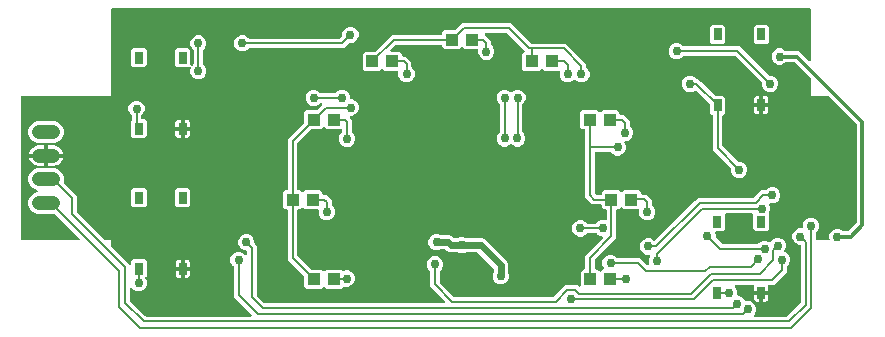
<source format=gbr>
G04 EAGLE Gerber RS-274X export*
G75*
%MOMM*%
%FSLAX34Y34*%
%LPD*%
%INTop Copper*%
%IPPOS*%
%AMOC8*
5,1,8,0,0,1.08239X$1,22.5*%
G01*
%ADD10C,1.208000*%
%ADD11R,1.000000X1.000000*%
%ADD12R,0.700000X1.000000*%
%ADD13C,0.808000*%
%ADD14C,0.762000*%
%ADD15C,0.756400*%
%ADD16C,0.304800*%
%ADD17C,0.203200*%
%ADD18C,0.609600*%

G36*
X206205Y23373D02*
X206205Y23373D01*
X206234Y23370D01*
X206345Y23393D01*
X206457Y23409D01*
X206484Y23421D01*
X206513Y23426D01*
X206613Y23478D01*
X206717Y23525D01*
X206739Y23544D01*
X206765Y23557D01*
X206847Y23635D01*
X206934Y23708D01*
X206950Y23733D01*
X206971Y23753D01*
X207029Y23851D01*
X207091Y23945D01*
X207100Y23973D01*
X207115Y23998D01*
X207143Y24108D01*
X207177Y24216D01*
X207178Y24246D01*
X207185Y24274D01*
X207182Y24387D01*
X207184Y24500D01*
X207177Y24529D01*
X207176Y24558D01*
X207141Y24666D01*
X207113Y24775D01*
X207098Y24801D01*
X207089Y24829D01*
X207043Y24892D01*
X206967Y25020D01*
X206922Y25063D01*
X206894Y25102D01*
X191769Y40226D01*
X191769Y65318D01*
X191757Y65405D01*
X191754Y65493D01*
X191737Y65545D01*
X191729Y65600D01*
X191694Y65680D01*
X191667Y65763D01*
X191639Y65802D01*
X191613Y65859D01*
X191517Y65973D01*
X191472Y66036D01*
X190019Y67489D01*
X188975Y70010D01*
X188975Y72738D01*
X190019Y75259D01*
X191949Y77189D01*
X194470Y78233D01*
X197198Y78233D01*
X199719Y77189D01*
X201212Y75696D01*
X201236Y75678D01*
X201255Y75656D01*
X201349Y75593D01*
X201439Y75525D01*
X201467Y75514D01*
X201491Y75498D01*
X201599Y75464D01*
X201705Y75423D01*
X201734Y75421D01*
X201762Y75412D01*
X201876Y75409D01*
X201988Y75400D01*
X202017Y75406D01*
X202046Y75405D01*
X202156Y75434D01*
X202267Y75456D01*
X202293Y75469D01*
X202321Y75477D01*
X202419Y75534D01*
X202519Y75587D01*
X202541Y75607D01*
X202566Y75622D01*
X202643Y75704D01*
X202725Y75783D01*
X202740Y75808D01*
X202760Y75829D01*
X202812Y75930D01*
X202869Y76028D01*
X202876Y76056D01*
X202890Y76082D01*
X202903Y76160D01*
X202939Y76303D01*
X202937Y76366D01*
X202945Y76413D01*
X202945Y78486D01*
X202937Y78544D01*
X202939Y78602D01*
X202917Y78684D01*
X202905Y78768D01*
X202882Y78821D01*
X202867Y78877D01*
X202824Y78950D01*
X202789Y79027D01*
X202751Y79072D01*
X202722Y79122D01*
X202660Y79180D01*
X202606Y79244D01*
X202557Y79276D01*
X202514Y79316D01*
X202439Y79355D01*
X202369Y79402D01*
X202313Y79419D01*
X202261Y79446D01*
X202193Y79457D01*
X202098Y79487D01*
X201998Y79490D01*
X201930Y79501D01*
X201074Y79501D01*
X198553Y80545D01*
X196623Y82475D01*
X195579Y84996D01*
X195579Y87724D01*
X196623Y90245D01*
X198553Y92175D01*
X201074Y93219D01*
X203802Y93219D01*
X206323Y92175D01*
X208253Y90245D01*
X209297Y87724D01*
X209297Y85670D01*
X209309Y85584D01*
X209312Y85496D01*
X209329Y85444D01*
X209337Y85389D01*
X209372Y85309D01*
X209399Y85226D01*
X209427Y85186D01*
X209453Y85129D01*
X209549Y85016D01*
X209594Y84952D01*
X211075Y83472D01*
X211075Y41982D01*
X211087Y41896D01*
X211090Y41808D01*
X211107Y41755D01*
X211115Y41701D01*
X211150Y41621D01*
X211177Y41538D01*
X211205Y41498D01*
X211231Y41441D01*
X211327Y41328D01*
X211372Y41264D01*
X217540Y35096D01*
X217610Y35044D01*
X217674Y34984D01*
X217723Y34958D01*
X217768Y34925D01*
X217849Y34894D01*
X217927Y34854D01*
X217975Y34846D01*
X218033Y34824D01*
X218181Y34812D01*
X218258Y34799D01*
X370006Y34799D01*
X370035Y34803D01*
X370064Y34800D01*
X370175Y34823D01*
X370287Y34839D01*
X370314Y34851D01*
X370343Y34856D01*
X370443Y34908D01*
X370547Y34955D01*
X370569Y34974D01*
X370595Y34987D01*
X370677Y35065D01*
X370764Y35138D01*
X370780Y35163D01*
X370801Y35183D01*
X370859Y35281D01*
X370921Y35375D01*
X370930Y35403D01*
X370945Y35428D01*
X370973Y35538D01*
X371007Y35646D01*
X371008Y35676D01*
X371015Y35704D01*
X371012Y35817D01*
X371014Y35930D01*
X371007Y35959D01*
X371006Y35988D01*
X370971Y36096D01*
X370943Y36205D01*
X370928Y36231D01*
X370919Y36259D01*
X370873Y36322D01*
X370797Y36450D01*
X370752Y36493D01*
X370724Y36532D01*
X358139Y49116D01*
X358139Y61508D01*
X358127Y61595D01*
X358124Y61683D01*
X358107Y61735D01*
X358099Y61790D01*
X358064Y61870D01*
X358037Y61953D01*
X358009Y61992D01*
X357983Y62049D01*
X357887Y62163D01*
X357842Y62226D01*
X356389Y63679D01*
X355345Y66200D01*
X355345Y68928D01*
X356389Y71449D01*
X358319Y73379D01*
X360840Y74423D01*
X363568Y74423D01*
X366089Y73379D01*
X368019Y71449D01*
X369063Y68928D01*
X369063Y66200D01*
X368019Y63679D01*
X366566Y62226D01*
X366514Y62157D01*
X366454Y62093D01*
X366428Y62043D01*
X366395Y61999D01*
X366364Y61917D01*
X366324Y61840D01*
X366316Y61792D01*
X366294Y61734D01*
X366282Y61586D01*
X366269Y61508D01*
X366269Y52904D01*
X366281Y52818D01*
X366284Y52730D01*
X366301Y52678D01*
X366309Y52623D01*
X366344Y52543D01*
X366371Y52460D01*
X366399Y52420D01*
X366425Y52363D01*
X366521Y52250D01*
X366566Y52186D01*
X378322Y40430D01*
X378392Y40378D01*
X378456Y40318D01*
X378505Y40292D01*
X378550Y40259D01*
X378631Y40228D01*
X378709Y40188D01*
X378757Y40180D01*
X378815Y40158D01*
X378963Y40146D01*
X379040Y40133D01*
X462208Y40133D01*
X462294Y40145D01*
X462382Y40148D01*
X462434Y40165D01*
X462489Y40173D01*
X462569Y40208D01*
X462652Y40235D01*
X462692Y40263D01*
X462749Y40289D01*
X462862Y40385D01*
X462926Y40430D01*
X472534Y50039D01*
X482760Y50039D01*
X483718Y49080D01*
X483742Y49063D01*
X483761Y49040D01*
X483855Y48977D01*
X483945Y48909D01*
X483973Y48899D01*
X483997Y48883D01*
X484105Y48848D01*
X484211Y48808D01*
X484240Y48806D01*
X484268Y48797D01*
X484382Y48794D01*
X484494Y48785D01*
X484523Y48790D01*
X484552Y48790D01*
X484662Y48818D01*
X484773Y48840D01*
X484799Y48854D01*
X484827Y48861D01*
X484925Y48919D01*
X485025Y48971D01*
X485047Y48992D01*
X485072Y49007D01*
X485149Y49089D01*
X485231Y49167D01*
X485246Y49193D01*
X485266Y49214D01*
X485318Y49315D01*
X485375Y49413D01*
X485382Y49441D01*
X485396Y49467D01*
X485409Y49544D01*
X485445Y49688D01*
X485443Y49751D01*
X485451Y49798D01*
X485451Y61517D01*
X487237Y63303D01*
X488420Y63303D01*
X488478Y63311D01*
X488536Y63309D01*
X488618Y63331D01*
X488702Y63343D01*
X488755Y63366D01*
X488811Y63381D01*
X488884Y63424D01*
X488961Y63459D01*
X489006Y63497D01*
X489056Y63526D01*
X489114Y63588D01*
X489178Y63642D01*
X489210Y63691D01*
X489250Y63734D01*
X489289Y63809D01*
X489336Y63879D01*
X489353Y63935D01*
X489380Y63987D01*
X489391Y64055D01*
X489421Y64150D01*
X489424Y64250D01*
X489435Y64318D01*
X489435Y75068D01*
X504074Y89706D01*
X504091Y89730D01*
X504114Y89749D01*
X504177Y89843D01*
X504245Y89933D01*
X504255Y89961D01*
X504271Y89985D01*
X504306Y90093D01*
X504346Y90199D01*
X504348Y90228D01*
X504357Y90256D01*
X504360Y90370D01*
X504369Y90482D01*
X504364Y90511D01*
X504364Y90540D01*
X504336Y90650D01*
X504314Y90761D01*
X504300Y90787D01*
X504293Y90815D01*
X504235Y90913D01*
X504183Y91013D01*
X504162Y91035D01*
X504147Y91060D01*
X504065Y91137D01*
X503987Y91219D01*
X503961Y91234D01*
X503940Y91254D01*
X503839Y91306D01*
X503741Y91363D01*
X503713Y91370D01*
X503687Y91384D01*
X503610Y91397D01*
X503466Y91433D01*
X503403Y91431D01*
X503356Y91439D01*
X503080Y91439D01*
X500559Y92483D01*
X499360Y93682D01*
X499291Y93734D01*
X499227Y93794D01*
X499177Y93820D01*
X499133Y93853D01*
X499051Y93884D01*
X498974Y93924D01*
X498926Y93932D01*
X498868Y93954D01*
X498720Y93966D01*
X498642Y93979D01*
X491196Y93979D01*
X491109Y93967D01*
X491021Y93964D01*
X490969Y93947D01*
X490914Y93939D01*
X490834Y93904D01*
X490751Y93877D01*
X490712Y93849D01*
X490655Y93823D01*
X490541Y93727D01*
X490478Y93682D01*
X489025Y92229D01*
X486504Y91185D01*
X483776Y91185D01*
X481255Y92229D01*
X479325Y94159D01*
X478281Y96680D01*
X478281Y99408D01*
X479325Y101929D01*
X481255Y103859D01*
X483776Y104903D01*
X486504Y104903D01*
X489025Y103859D01*
X490478Y102406D01*
X490547Y102354D01*
X490611Y102294D01*
X490661Y102268D01*
X490705Y102235D01*
X490787Y102204D01*
X490864Y102164D01*
X490912Y102156D01*
X490970Y102134D01*
X491118Y102122D01*
X491196Y102109D01*
X498134Y102109D01*
X498221Y102121D01*
X498309Y102124D01*
X498361Y102141D01*
X498416Y102149D01*
X498496Y102184D01*
X498579Y102211D01*
X498618Y102239D01*
X498675Y102265D01*
X498789Y102361D01*
X498852Y102406D01*
X500559Y104113D01*
X503080Y105157D01*
X505808Y105157D01*
X506087Y105041D01*
X506199Y105012D01*
X506308Y104978D01*
X506336Y104977D01*
X506363Y104970D01*
X506477Y104973D01*
X506592Y104970D01*
X506619Y104978D01*
X506647Y104978D01*
X506756Y105013D01*
X506867Y105042D01*
X506891Y105056D01*
X506918Y105065D01*
X507013Y105129D01*
X507112Y105188D01*
X507131Y105208D01*
X507154Y105223D01*
X507228Y105311D01*
X507306Y105395D01*
X507319Y105420D01*
X507337Y105441D01*
X507383Y105546D01*
X507436Y105648D01*
X507440Y105673D01*
X507452Y105701D01*
X507489Y105964D01*
X507491Y105979D01*
X507491Y113444D01*
X507483Y113502D01*
X507485Y113560D01*
X507463Y113642D01*
X507451Y113726D01*
X507428Y113779D01*
X507413Y113835D01*
X507370Y113908D01*
X507335Y113985D01*
X507297Y114030D01*
X507268Y114080D01*
X507206Y114138D01*
X507152Y114202D01*
X507103Y114234D01*
X507060Y114274D01*
X506985Y114313D01*
X506915Y114360D01*
X506859Y114377D01*
X506807Y114404D01*
X506739Y114415D01*
X506644Y114445D01*
X506544Y114448D01*
X506476Y114459D01*
X505221Y114459D01*
X503435Y116245D01*
X503435Y117428D01*
X503427Y117486D01*
X503429Y117544D01*
X503407Y117626D01*
X503395Y117710D01*
X503372Y117763D01*
X503357Y117819D01*
X503314Y117892D01*
X503279Y117969D01*
X503241Y118014D01*
X503212Y118064D01*
X503150Y118122D01*
X503096Y118186D01*
X503047Y118218D01*
X503004Y118258D01*
X502929Y118297D01*
X502859Y118344D01*
X502803Y118361D01*
X502751Y118388D01*
X502683Y118399D01*
X502588Y118429D01*
X502488Y118432D01*
X502420Y118443D01*
X495060Y118443D01*
X489197Y124306D01*
X489197Y181206D01*
X489189Y181264D01*
X489191Y181322D01*
X489169Y181404D01*
X489157Y181488D01*
X489134Y181541D01*
X489119Y181597D01*
X489076Y181670D01*
X489041Y181747D01*
X489003Y181792D01*
X488974Y181842D01*
X488912Y181900D01*
X488858Y181964D01*
X488809Y181996D01*
X488766Y182036D01*
X488691Y182075D01*
X488621Y182122D01*
X488565Y182139D01*
X488513Y182166D01*
X488445Y182177D01*
X488350Y182207D01*
X488250Y182210D01*
X488182Y182221D01*
X486999Y182221D01*
X485213Y184007D01*
X485213Y196533D01*
X486999Y198319D01*
X499525Y198319D01*
X501044Y196799D01*
X501091Y196764D01*
X501131Y196722D01*
X501204Y196679D01*
X501271Y196629D01*
X501326Y196608D01*
X501376Y196578D01*
X501458Y196557D01*
X501537Y196527D01*
X501595Y196522D01*
X501652Y196508D01*
X501736Y196511D01*
X501820Y196504D01*
X501878Y196515D01*
X501936Y196517D01*
X502016Y196543D01*
X502099Y196560D01*
X502151Y196587D01*
X502207Y196605D01*
X502263Y196645D01*
X502351Y196691D01*
X502424Y196759D01*
X502480Y196799D01*
X503999Y198319D01*
X516525Y198319D01*
X518311Y196533D01*
X518311Y195350D01*
X518319Y195292D01*
X518317Y195234D01*
X518339Y195152D01*
X518351Y195068D01*
X518374Y195015D01*
X518389Y194959D01*
X518432Y194886D01*
X518467Y194809D01*
X518505Y194764D01*
X518534Y194714D01*
X518596Y194656D01*
X518650Y194592D01*
X518699Y194560D01*
X518742Y194520D01*
X518817Y194481D01*
X518887Y194434D01*
X518943Y194417D01*
X518995Y194390D01*
X519063Y194379D01*
X519158Y194349D01*
X519258Y194346D01*
X519326Y194335D01*
X521852Y194335D01*
X527305Y188882D01*
X527305Y185126D01*
X527317Y185039D01*
X527320Y184951D01*
X527337Y184899D01*
X527345Y184844D01*
X527380Y184764D01*
X527407Y184681D01*
X527435Y184642D01*
X527461Y184585D01*
X527557Y184471D01*
X527602Y184408D01*
X529055Y182955D01*
X530099Y180434D01*
X530099Y177706D01*
X529055Y175185D01*
X527125Y173255D01*
X524604Y172211D01*
X523471Y172211D01*
X523442Y172207D01*
X523413Y172210D01*
X523302Y172187D01*
X523190Y172171D01*
X523163Y172159D01*
X523134Y172154D01*
X523034Y172101D01*
X522931Y172055D01*
X522908Y172036D01*
X522882Y172023D01*
X522800Y171945D01*
X522714Y171872D01*
X522697Y171847D01*
X522676Y171827D01*
X522619Y171729D01*
X522556Y171635D01*
X522547Y171607D01*
X522532Y171581D01*
X522504Y171472D01*
X522470Y171364D01*
X522469Y171334D01*
X522462Y171306D01*
X522466Y171193D01*
X522463Y171080D01*
X522470Y171051D01*
X522471Y171022D01*
X522506Y170914D01*
X522535Y170805D01*
X522550Y170779D01*
X522559Y170751D01*
X522604Y170687D01*
X522680Y170560D01*
X522715Y170527D01*
X523767Y167988D01*
X523767Y165260D01*
X522723Y162739D01*
X520793Y160809D01*
X518272Y159765D01*
X515544Y159765D01*
X513023Y160809D01*
X511570Y162262D01*
X511501Y162314D01*
X511437Y162374D01*
X511387Y162400D01*
X511343Y162433D01*
X511261Y162464D01*
X511184Y162504D01*
X511136Y162512D01*
X511078Y162534D01*
X510930Y162546D01*
X510852Y162559D01*
X498342Y162559D01*
X498284Y162551D01*
X498226Y162553D01*
X498144Y162531D01*
X498060Y162519D01*
X498007Y162496D01*
X497951Y162481D01*
X497878Y162438D01*
X497801Y162403D01*
X497756Y162365D01*
X497706Y162336D01*
X497648Y162274D01*
X497584Y162220D01*
X497552Y162171D01*
X497512Y162128D01*
X497473Y162053D01*
X497426Y161983D01*
X497409Y161927D01*
X497382Y161875D01*
X497371Y161807D01*
X497341Y161712D01*
X497338Y161612D01*
X497327Y161544D01*
X497327Y128094D01*
X497339Y128008D01*
X497342Y127920D01*
X497359Y127868D01*
X497367Y127813D01*
X497402Y127733D01*
X497429Y127650D01*
X497457Y127610D01*
X497483Y127553D01*
X497579Y127440D01*
X497624Y127376D01*
X498130Y126870D01*
X498200Y126818D01*
X498264Y126758D01*
X498313Y126732D01*
X498358Y126699D01*
X498439Y126668D01*
X498517Y126628D01*
X498565Y126620D01*
X498623Y126598D01*
X498771Y126586D01*
X498848Y126573D01*
X502420Y126573D01*
X502478Y126581D01*
X502536Y126579D01*
X502618Y126601D01*
X502702Y126613D01*
X502755Y126636D01*
X502811Y126651D01*
X502884Y126694D01*
X502961Y126729D01*
X503006Y126767D01*
X503056Y126796D01*
X503114Y126858D01*
X503178Y126912D01*
X503210Y126961D01*
X503250Y127004D01*
X503289Y127079D01*
X503336Y127149D01*
X503353Y127205D01*
X503380Y127257D01*
X503391Y127325D01*
X503421Y127420D01*
X503424Y127520D01*
X503435Y127588D01*
X503435Y128771D01*
X505221Y130557D01*
X517747Y130557D01*
X519266Y129037D01*
X519313Y129002D01*
X519353Y128960D01*
X519426Y128917D01*
X519493Y128867D01*
X519548Y128846D01*
X519598Y128816D01*
X519680Y128795D01*
X519759Y128765D01*
X519817Y128760D01*
X519874Y128746D01*
X519958Y128749D01*
X520042Y128742D01*
X520100Y128753D01*
X520158Y128755D01*
X520238Y128781D01*
X520321Y128798D01*
X520373Y128825D01*
X520429Y128843D01*
X520485Y128883D01*
X520573Y128929D01*
X520646Y128997D01*
X520702Y129037D01*
X522221Y130557D01*
X534747Y130557D01*
X536533Y128771D01*
X536533Y127762D01*
X536541Y127704D01*
X536539Y127646D01*
X536561Y127564D01*
X536573Y127480D01*
X536596Y127427D01*
X536611Y127371D01*
X536654Y127298D01*
X536689Y127221D01*
X536727Y127176D01*
X536756Y127126D01*
X536818Y127068D01*
X536872Y127004D01*
X536921Y126972D01*
X536964Y126932D01*
X537039Y126893D01*
X537109Y126846D01*
X537165Y126829D01*
X537217Y126802D01*
X537285Y126791D01*
X537380Y126761D01*
X537480Y126758D01*
X537548Y126747D01*
X540926Y126747D01*
X545847Y121826D01*
X545847Y118070D01*
X545859Y117983D01*
X545862Y117895D01*
X545879Y117843D01*
X545887Y117788D01*
X545922Y117708D01*
X545949Y117625D01*
X545977Y117586D01*
X546003Y117529D01*
X546099Y117415D01*
X546144Y117352D01*
X547597Y115899D01*
X548641Y113378D01*
X548641Y110650D01*
X547597Y108129D01*
X545667Y106199D01*
X543146Y105155D01*
X540418Y105155D01*
X537897Y106199D01*
X535967Y108129D01*
X534923Y110650D01*
X534923Y113444D01*
X534915Y113502D01*
X534917Y113560D01*
X534895Y113642D01*
X534883Y113726D01*
X534860Y113779D01*
X534845Y113835D01*
X534802Y113908D01*
X534767Y113985D01*
X534729Y114030D01*
X534700Y114080D01*
X534638Y114138D01*
X534584Y114202D01*
X534535Y114234D01*
X534492Y114274D01*
X534417Y114313D01*
X534347Y114360D01*
X534291Y114377D01*
X534239Y114404D01*
X534171Y114415D01*
X534076Y114445D01*
X533976Y114448D01*
X533908Y114459D01*
X522221Y114459D01*
X520702Y115979D01*
X520655Y116014D01*
X520615Y116056D01*
X520542Y116099D01*
X520475Y116149D01*
X520420Y116170D01*
X520370Y116200D01*
X520288Y116221D01*
X520209Y116251D01*
X520151Y116256D01*
X520094Y116270D01*
X520010Y116267D01*
X519926Y116274D01*
X519868Y116263D01*
X519810Y116261D01*
X519730Y116235D01*
X519647Y116218D01*
X519595Y116191D01*
X519539Y116173D01*
X519483Y116133D01*
X519395Y116087D01*
X519322Y116019D01*
X519266Y115979D01*
X517747Y114459D01*
X516636Y114459D01*
X516578Y114451D01*
X516520Y114453D01*
X516438Y114431D01*
X516354Y114419D01*
X516301Y114396D01*
X516245Y114381D01*
X516172Y114338D01*
X516095Y114303D01*
X516050Y114265D01*
X516000Y114236D01*
X515942Y114174D01*
X515878Y114120D01*
X515846Y114071D01*
X515806Y114028D01*
X515767Y113953D01*
X515720Y113883D01*
X515703Y113827D01*
X515676Y113775D01*
X515665Y113707D01*
X515635Y113612D01*
X515632Y113512D01*
X515621Y113444D01*
X515621Y89756D01*
X497862Y71998D01*
X497810Y71928D01*
X497750Y71864D01*
X497724Y71815D01*
X497691Y71770D01*
X497660Y71689D01*
X497620Y71611D01*
X497612Y71563D01*
X497590Y71505D01*
X497578Y71357D01*
X497565Y71280D01*
X497565Y64318D01*
X497573Y64260D01*
X497571Y64202D01*
X497593Y64120D01*
X497605Y64036D01*
X497628Y63983D01*
X497643Y63927D01*
X497686Y63854D01*
X497721Y63777D01*
X497759Y63732D01*
X497788Y63682D01*
X497850Y63624D01*
X497904Y63560D01*
X497953Y63528D01*
X497996Y63488D01*
X498071Y63449D01*
X498141Y63402D01*
X498197Y63385D01*
X498249Y63358D01*
X498317Y63347D01*
X498412Y63317D01*
X498512Y63314D01*
X498580Y63303D01*
X499763Y63303D01*
X501282Y61783D01*
X501329Y61748D01*
X501369Y61706D01*
X501442Y61663D01*
X501509Y61613D01*
X501564Y61592D01*
X501614Y61562D01*
X501696Y61541D01*
X501775Y61511D01*
X501833Y61506D01*
X501890Y61492D01*
X501974Y61495D01*
X502058Y61488D01*
X502116Y61499D01*
X502174Y61501D01*
X502254Y61527D01*
X502337Y61544D01*
X502389Y61571D01*
X502445Y61589D01*
X502501Y61629D01*
X502589Y61675D01*
X502662Y61743D01*
X502718Y61783D01*
X504240Y63306D01*
X504344Y63327D01*
X504456Y63343D01*
X504483Y63355D01*
X504512Y63360D01*
X504612Y63413D01*
X504715Y63459D01*
X504738Y63478D01*
X504764Y63491D01*
X504846Y63569D01*
X504932Y63642D01*
X504949Y63667D01*
X504970Y63687D01*
X505027Y63785D01*
X505090Y63879D01*
X505099Y63907D01*
X505114Y63933D01*
X505142Y64042D01*
X505176Y64150D01*
X505177Y64180D01*
X505184Y64208D01*
X505180Y64321D01*
X505183Y64434D01*
X505176Y64463D01*
X505175Y64492D01*
X505140Y64600D01*
X505111Y64709D01*
X505096Y64735D01*
X505087Y64763D01*
X505042Y64827D01*
X505004Y64891D01*
X503935Y67470D01*
X503935Y70198D01*
X504979Y72719D01*
X506909Y74649D01*
X509430Y75693D01*
X512158Y75693D01*
X514679Y74649D01*
X516132Y73196D01*
X516201Y73144D01*
X516265Y73084D01*
X516315Y73058D01*
X516359Y73025D01*
X516441Y72994D01*
X516518Y72954D01*
X516566Y72946D01*
X516624Y72924D01*
X516772Y72912D01*
X516850Y72899D01*
X536100Y72899D01*
X541596Y67402D01*
X541665Y67350D01*
X541728Y67291D01*
X541778Y67265D01*
X541824Y67231D01*
X541904Y67200D01*
X541980Y67161D01*
X542036Y67150D01*
X542089Y67130D01*
X542175Y67123D01*
X542259Y67106D01*
X542316Y67111D01*
X542373Y67106D01*
X542457Y67123D01*
X542542Y67131D01*
X542596Y67151D01*
X542651Y67162D01*
X542728Y67202D01*
X542808Y67233D01*
X542853Y67267D01*
X542904Y67293D01*
X542966Y67352D01*
X543034Y67404D01*
X543069Y67450D01*
X543110Y67489D01*
X543153Y67563D01*
X543205Y67632D01*
X543225Y67685D01*
X543254Y67734D01*
X543275Y67817D01*
X543305Y67898D01*
X543310Y67955D01*
X543324Y68010D01*
X543321Y68096D01*
X543328Y68181D01*
X543317Y68229D01*
X543315Y68294D01*
X543270Y68432D01*
X543252Y68508D01*
X543051Y68994D01*
X543051Y71722D01*
X544096Y74245D01*
X544110Y74264D01*
X544132Y74283D01*
X544195Y74377D01*
X544263Y74467D01*
X544274Y74495D01*
X544290Y74519D01*
X544324Y74627D01*
X544365Y74733D01*
X544367Y74762D01*
X544376Y74790D01*
X544379Y74903D01*
X544388Y75016D01*
X544382Y75045D01*
X544383Y75074D01*
X544355Y75184D01*
X544332Y75295D01*
X544319Y75321D01*
X544311Y75349D01*
X544253Y75447D01*
X544201Y75547D01*
X544181Y75569D01*
X544166Y75594D01*
X544083Y75671D01*
X544006Y75753D01*
X543980Y75768D01*
X543959Y75788D01*
X543858Y75840D01*
X543760Y75897D01*
X543732Y75904D01*
X543706Y75918D01*
X543628Y75931D01*
X543485Y75967D01*
X543422Y75965D01*
X543375Y75973D01*
X541185Y75973D01*
X538675Y77013D01*
X536753Y78935D01*
X535713Y81445D01*
X535713Y84163D01*
X536753Y86673D01*
X538675Y88595D01*
X541185Y89635D01*
X543903Y89635D01*
X546413Y88595D01*
X547084Y87924D01*
X547131Y87889D01*
X547171Y87847D01*
X547244Y87804D01*
X547311Y87753D01*
X547366Y87732D01*
X547416Y87703D01*
X547498Y87682D01*
X547577Y87652D01*
X547635Y87647D01*
X547692Y87633D01*
X547776Y87635D01*
X547860Y87628D01*
X547917Y87640D01*
X547976Y87642D01*
X548056Y87668D01*
X548139Y87684D01*
X548191Y87711D01*
X548246Y87729D01*
X548303Y87769D01*
X548391Y87815D01*
X548464Y87884D01*
X548520Y87924D01*
X581870Y121274D01*
X584548Y123953D01*
X631626Y123953D01*
X631712Y123965D01*
X631800Y123968D01*
X631852Y123985D01*
X631907Y123993D01*
X631987Y124028D01*
X632070Y124055D01*
X632110Y124083D01*
X632167Y124109D01*
X632280Y124205D01*
X632344Y124250D01*
X638396Y130303D01*
X641684Y130303D01*
X641771Y130315D01*
X641858Y130318D01*
X641911Y130335D01*
X641966Y130343D01*
X642045Y130378D01*
X642129Y130405D01*
X642168Y130433D01*
X642225Y130459D01*
X642338Y130555D01*
X642402Y130600D01*
X643831Y132029D01*
X646341Y133069D01*
X649059Y133069D01*
X651569Y132029D01*
X653491Y130107D01*
X654531Y127597D01*
X654531Y124879D01*
X653491Y122369D01*
X651569Y120447D01*
X649059Y119407D01*
X646278Y119407D01*
X646171Y119435D01*
X646142Y119434D01*
X646113Y119440D01*
X646000Y119430D01*
X645887Y119427D01*
X645859Y119418D01*
X645830Y119415D01*
X645724Y119375D01*
X645616Y119340D01*
X645592Y119324D01*
X645564Y119313D01*
X645474Y119245D01*
X645380Y119182D01*
X645361Y119159D01*
X645338Y119141D01*
X645270Y119051D01*
X645197Y118964D01*
X645185Y118937D01*
X645168Y118914D01*
X645128Y118808D01*
X645082Y118704D01*
X645078Y118675D01*
X645067Y118648D01*
X645058Y118535D01*
X645043Y118423D01*
X645047Y118394D01*
X645044Y118364D01*
X645062Y118288D01*
X645083Y118141D01*
X645109Y118084D01*
X645120Y118037D01*
X645895Y116167D01*
X645895Y113449D01*
X644827Y110871D01*
X644826Y110869D01*
X644826Y110868D01*
X644790Y110729D01*
X644756Y110596D01*
X644756Y110594D01*
X644755Y110593D01*
X644760Y110448D01*
X644764Y110312D01*
X644765Y110310D01*
X644765Y110308D01*
X644807Y110176D01*
X644851Y110041D01*
X644852Y110039D01*
X644852Y110038D01*
X644859Y110029D01*
X644859Y97427D01*
X643073Y95641D01*
X633547Y95641D01*
X631761Y97427D01*
X631761Y109728D01*
X631754Y109776D01*
X631755Y109781D01*
X631753Y109787D01*
X631755Y109844D01*
X631733Y109926D01*
X631721Y110010D01*
X631698Y110063D01*
X631683Y110119D01*
X631640Y110192D01*
X631605Y110269D01*
X631567Y110314D01*
X631538Y110364D01*
X631476Y110422D01*
X631422Y110486D01*
X631373Y110518D01*
X631330Y110558D01*
X631255Y110597D01*
X631185Y110644D01*
X631129Y110661D01*
X631077Y110688D01*
X631009Y110699D01*
X630914Y110729D01*
X630814Y110732D01*
X630746Y110743D01*
X608874Y110743D01*
X608816Y110735D01*
X608758Y110737D01*
X608676Y110715D01*
X608592Y110703D01*
X608539Y110680D01*
X608483Y110665D01*
X608410Y110622D01*
X608333Y110587D01*
X608288Y110549D01*
X608238Y110520D01*
X608180Y110458D01*
X608116Y110404D01*
X608084Y110355D01*
X608044Y110312D01*
X608005Y110237D01*
X607958Y110167D01*
X607941Y110111D01*
X607914Y110059D01*
X607903Y109991D01*
X607873Y109896D01*
X607870Y109796D01*
X607859Y109728D01*
X607859Y97427D01*
X606073Y95641D01*
X600219Y95641D01*
X600105Y95625D01*
X599991Y95615D01*
X599965Y95605D01*
X599938Y95601D01*
X599833Y95554D01*
X599726Y95513D01*
X599704Y95497D01*
X599678Y95485D01*
X599591Y95411D01*
X599499Y95342D01*
X599482Y95319D01*
X599461Y95302D01*
X599398Y95206D01*
X599329Y95114D01*
X599319Y95088D01*
X599304Y95065D01*
X599269Y94955D01*
X599228Y94848D01*
X599226Y94820D01*
X599218Y94794D01*
X599215Y94679D01*
X599206Y94565D01*
X599211Y94540D01*
X599211Y94510D01*
X599278Y94253D01*
X599281Y94237D01*
X599667Y93307D01*
X599667Y91286D01*
X599679Y91200D01*
X599682Y91112D01*
X599699Y91060D01*
X599707Y91005D01*
X599742Y90925D01*
X599769Y90842D01*
X599797Y90802D01*
X599823Y90745D01*
X599919Y90632D01*
X599964Y90568D01*
X605144Y85388D01*
X605214Y85336D01*
X605278Y85276D01*
X605327Y85250D01*
X605372Y85217D01*
X605453Y85186D01*
X605531Y85146D01*
X605579Y85138D01*
X605637Y85116D01*
X605785Y85104D01*
X605862Y85091D01*
X635334Y85091D01*
X635421Y85103D01*
X635508Y85106D01*
X635561Y85123D01*
X635616Y85131D01*
X635695Y85166D01*
X635779Y85193D01*
X635818Y85221D01*
X635875Y85247D01*
X635988Y85343D01*
X636052Y85388D01*
X637481Y86817D01*
X639991Y87857D01*
X642709Y87857D01*
X645204Y86823D01*
X645260Y86809D01*
X645314Y86785D01*
X645398Y86773D01*
X645479Y86752D01*
X645538Y86754D01*
X645596Y86746D01*
X645679Y86758D01*
X645763Y86760D01*
X645819Y86778D01*
X645877Y86787D01*
X645954Y86821D01*
X646034Y86847D01*
X646083Y86880D01*
X646136Y86904D01*
X646200Y86959D01*
X646270Y87005D01*
X646306Y87048D01*
X646315Y87054D01*
X646327Y87066D01*
X646353Y87088D01*
X646359Y87099D01*
X648387Y89127D01*
X650908Y90171D01*
X653636Y90171D01*
X656157Y89127D01*
X658087Y87197D01*
X659131Y84676D01*
X659131Y81948D01*
X658049Y79336D01*
X658034Y79279D01*
X658011Y79226D01*
X657999Y79142D01*
X657978Y79061D01*
X657980Y79002D01*
X657972Y78944D01*
X657984Y78861D01*
X657986Y78777D01*
X658004Y78721D01*
X658012Y78663D01*
X658047Y78586D01*
X658073Y78506D01*
X658105Y78457D01*
X658129Y78404D01*
X658184Y78340D01*
X658231Y78270D01*
X658276Y78232D01*
X658314Y78187D01*
X658372Y78151D01*
X658449Y78087D01*
X658540Y78046D01*
X658598Y78010D01*
X659967Y77443D01*
X661897Y75513D01*
X662941Y72992D01*
X662941Y70264D01*
X661897Y67743D01*
X660444Y66290D01*
X660392Y66221D01*
X660332Y66157D01*
X660306Y66107D01*
X660273Y66063D01*
X660242Y65981D01*
X660202Y65904D01*
X660194Y65856D01*
X660172Y65798D01*
X660160Y65650D01*
X660147Y65572D01*
X660147Y61054D01*
X649384Y50291D01*
X645334Y50291D01*
X645286Y50284D01*
X645237Y50287D01*
X645146Y50265D01*
X645053Y50251D01*
X645008Y50231D01*
X644961Y50220D01*
X644879Y50174D01*
X644793Y50135D01*
X644756Y50104D01*
X644714Y50079D01*
X644648Y50012D01*
X644576Y49952D01*
X644549Y49911D01*
X644515Y49876D01*
X644471Y49793D01*
X644419Y49715D01*
X644404Y49668D01*
X644381Y49625D01*
X644361Y49533D01*
X644333Y49444D01*
X644332Y49395D01*
X644322Y49347D01*
X644329Y49273D01*
X644326Y49160D01*
X644348Y49076D01*
X644351Y49045D01*
X644351Y45439D01*
X639044Y45439D01*
X638986Y45431D01*
X638928Y45433D01*
X638846Y45411D01*
X638763Y45399D01*
X638709Y45376D01*
X638653Y45361D01*
X638580Y45318D01*
X638503Y45283D01*
X638459Y45245D01*
X638408Y45216D01*
X638351Y45154D01*
X638307Y45117D01*
X638306Y45118D01*
X638251Y45182D01*
X638203Y45214D01*
X638160Y45254D01*
X638085Y45293D01*
X638015Y45340D01*
X637959Y45357D01*
X637907Y45384D01*
X637839Y45395D01*
X637744Y45425D01*
X637644Y45428D01*
X637576Y45439D01*
X632269Y45439D01*
X632269Y49038D01*
X632272Y49062D01*
X632287Y49108D01*
X632289Y49202D01*
X632301Y49295D01*
X632293Y49344D01*
X632294Y49392D01*
X632270Y49483D01*
X632256Y49576D01*
X632235Y49620D01*
X632222Y49667D01*
X632174Y49748D01*
X632134Y49833D01*
X632102Y49870D01*
X632077Y49912D01*
X632008Y49976D01*
X631947Y50047D01*
X631906Y50073D01*
X631870Y50106D01*
X631786Y50149D01*
X631707Y50200D01*
X631660Y50214D01*
X631617Y50236D01*
X631543Y50248D01*
X631434Y50280D01*
X631348Y50281D01*
X631286Y50291D01*
X616925Y50291D01*
X616896Y50287D01*
X616867Y50290D01*
X616756Y50267D01*
X616644Y50251D01*
X616617Y50239D01*
X616588Y50234D01*
X616488Y50181D01*
X616385Y50135D01*
X616362Y50116D01*
X616336Y50103D01*
X616254Y50025D01*
X616168Y49952D01*
X616151Y49927D01*
X616130Y49907D01*
X616073Y49809D01*
X616010Y49715D01*
X616001Y49687D01*
X615986Y49662D01*
X615958Y49552D01*
X615924Y49444D01*
X615923Y49414D01*
X615916Y49386D01*
X615920Y49273D01*
X615917Y49160D01*
X615924Y49131D01*
X615925Y49102D01*
X615960Y48994D01*
X615989Y48885D01*
X616004Y48859D01*
X616013Y48831D01*
X616058Y48767D01*
X616134Y48640D01*
X616180Y48597D01*
X616208Y48558D01*
X617193Y47573D01*
X618237Y45052D01*
X618237Y42164D01*
X618245Y42106D01*
X618243Y42048D01*
X618265Y41966D01*
X618277Y41882D01*
X618300Y41829D01*
X618315Y41773D01*
X618358Y41700D01*
X618393Y41623D01*
X618431Y41578D01*
X618460Y41528D01*
X618522Y41470D01*
X618576Y41406D01*
X618625Y41374D01*
X618668Y41334D01*
X618743Y41295D01*
X618813Y41248D01*
X618869Y41231D01*
X618921Y41204D01*
X618989Y41193D01*
X619084Y41163D01*
X619184Y41160D01*
X619252Y41149D01*
X619600Y41149D01*
X622121Y40105D01*
X624051Y38175D01*
X624568Y36927D01*
X624597Y36876D01*
X624618Y36822D01*
X624669Y36755D01*
X624712Y36682D01*
X624755Y36642D01*
X624790Y36595D01*
X624858Y36545D01*
X624919Y36487D01*
X624971Y36460D01*
X625018Y36425D01*
X625097Y36395D01*
X625171Y36357D01*
X625229Y36345D01*
X625284Y36325D01*
X625368Y36318D01*
X625450Y36302D01*
X625509Y36307D01*
X625567Y36302D01*
X625635Y36318D01*
X625694Y36323D01*
X628490Y36323D01*
X631011Y35279D01*
X632941Y33349D01*
X633985Y30828D01*
X633985Y28100D01*
X632941Y25579D01*
X632464Y25102D01*
X632446Y25078D01*
X632424Y25059D01*
X632361Y24965D01*
X632293Y24875D01*
X632282Y24847D01*
X632266Y24823D01*
X632232Y24715D01*
X632191Y24609D01*
X632189Y24580D01*
X632180Y24552D01*
X632177Y24438D01*
X632168Y24326D01*
X632174Y24297D01*
X632173Y24268D01*
X632202Y24158D01*
X632224Y24047D01*
X632237Y24021D01*
X632245Y23993D01*
X632302Y23895D01*
X632355Y23795D01*
X632375Y23773D01*
X632390Y23748D01*
X632473Y23671D01*
X632551Y23589D01*
X632576Y23574D01*
X632597Y23554D01*
X632698Y23502D01*
X632796Y23445D01*
X632824Y23438D01*
X632850Y23424D01*
X632928Y23411D01*
X633071Y23375D01*
X633134Y23377D01*
X633181Y23369D01*
X659820Y23369D01*
X659906Y23381D01*
X659994Y23384D01*
X660046Y23401D01*
X660101Y23409D01*
X660181Y23444D01*
X660264Y23471D01*
X660304Y23499D01*
X660361Y23525D01*
X660474Y23621D01*
X660538Y23666D01*
X671532Y34660D01*
X671584Y34730D01*
X671644Y34794D01*
X671670Y34843D01*
X671703Y34888D01*
X671734Y34969D01*
X671774Y35047D01*
X671782Y35095D01*
X671804Y35153D01*
X671816Y35301D01*
X671829Y35378D01*
X671829Y83312D01*
X671822Y83363D01*
X671823Y83385D01*
X671822Y83389D01*
X671823Y83428D01*
X671801Y83510D01*
X671789Y83594D01*
X671766Y83647D01*
X671751Y83703D01*
X671708Y83776D01*
X671673Y83853D01*
X671635Y83898D01*
X671606Y83948D01*
X671544Y84006D01*
X671490Y84070D01*
X671441Y84102D01*
X671398Y84142D01*
X671323Y84181D01*
X671253Y84228D01*
X671197Y84245D01*
X671145Y84272D01*
X671077Y84283D01*
X670982Y84313D01*
X670882Y84316D01*
X670814Y84327D01*
X670212Y84327D01*
X667691Y85371D01*
X665761Y87301D01*
X664717Y89822D01*
X664717Y92550D01*
X665761Y95071D01*
X667691Y97001D01*
X670212Y98045D01*
X672592Y98045D01*
X672650Y98053D01*
X672708Y98051D01*
X672790Y98073D01*
X672874Y98085D01*
X672927Y98108D01*
X672983Y98123D01*
X673056Y98166D01*
X673133Y98201D01*
X673178Y98239D01*
X673228Y98268D01*
X673286Y98330D01*
X673350Y98384D01*
X673382Y98433D01*
X673422Y98476D01*
X673461Y98551D01*
X673508Y98621D01*
X673525Y98677D01*
X673552Y98729D01*
X673563Y98797D01*
X673593Y98892D01*
X673596Y98992D01*
X673607Y99060D01*
X673607Y101440D01*
X674651Y103961D01*
X676581Y105891D01*
X679102Y106935D01*
X681830Y106935D01*
X684351Y105891D01*
X686281Y103961D01*
X687325Y101440D01*
X687325Y98712D01*
X686281Y96191D01*
X684828Y94738D01*
X684776Y94669D01*
X684716Y94605D01*
X684690Y94555D01*
X684657Y94511D01*
X684626Y94429D01*
X684586Y94352D01*
X684578Y94304D01*
X684556Y94246D01*
X684544Y94098D01*
X684531Y94020D01*
X684531Y88900D01*
X684539Y88842D01*
X684537Y88784D01*
X684559Y88702D01*
X684571Y88619D01*
X684594Y88565D01*
X684609Y88509D01*
X684652Y88436D01*
X684687Y88359D01*
X684725Y88314D01*
X684754Y88264D01*
X684816Y88206D01*
X684870Y88142D01*
X684919Y88110D01*
X684962Y88070D01*
X685037Y88031D01*
X685107Y87985D01*
X685163Y87967D01*
X685215Y87940D01*
X685283Y87929D01*
X685378Y87899D01*
X685478Y87896D01*
X685546Y87885D01*
X695272Y87885D01*
X695386Y87901D01*
X695501Y87911D01*
X695527Y87921D01*
X695554Y87925D01*
X695659Y87971D01*
X695766Y88013D01*
X695788Y88030D01*
X695813Y88041D01*
X695901Y88115D01*
X695993Y88184D01*
X696009Y88207D01*
X696030Y88225D01*
X696094Y88320D01*
X696163Y88412D01*
X696173Y88438D01*
X696188Y88461D01*
X696223Y88571D01*
X696263Y88678D01*
X696265Y88706D01*
X696274Y88732D01*
X696277Y88847D01*
X696286Y88961D01*
X696280Y88986D01*
X696281Y89016D01*
X696214Y89274D01*
X696210Y89289D01*
X695987Y89827D01*
X695987Y92545D01*
X697027Y95055D01*
X698949Y96977D01*
X701459Y98017D01*
X704177Y98017D01*
X706687Y96977D01*
X707608Y96056D01*
X707678Y96004D01*
X707742Y95944D01*
X707791Y95918D01*
X707835Y95885D01*
X707917Y95854D01*
X707995Y95814D01*
X708042Y95806D01*
X708101Y95784D01*
X708249Y95772D01*
X708326Y95759D01*
X711679Y95759D01*
X711766Y95771D01*
X711853Y95774D01*
X711906Y95791D01*
X711961Y95799D01*
X712041Y95834D01*
X712124Y95861D01*
X712163Y95889D01*
X712220Y95915D01*
X712333Y96011D01*
X712397Y96056D01*
X718776Y102435D01*
X718828Y102505D01*
X718888Y102568D01*
X718914Y102618D01*
X718947Y102662D01*
X718978Y102744D01*
X719018Y102822D01*
X719026Y102869D01*
X719048Y102928D01*
X719060Y103075D01*
X719073Y103153D01*
X719073Y186153D01*
X719061Y186240D01*
X719058Y186327D01*
X719041Y186380D01*
X719033Y186435D01*
X718998Y186515D01*
X718971Y186598D01*
X718943Y186637D01*
X718917Y186694D01*
X718821Y186807D01*
X718776Y186871D01*
X695379Y210268D01*
X695309Y210320D01*
X695246Y210380D01*
X695196Y210406D01*
X695152Y210439D01*
X695070Y210470D01*
X694992Y210510D01*
X694945Y210518D01*
X694886Y210540D01*
X694739Y210552D01*
X694661Y210565D01*
X680465Y210565D01*
X680465Y224761D01*
X680453Y224848D01*
X680450Y224935D01*
X680433Y224988D01*
X680425Y225043D01*
X680390Y225123D01*
X680363Y225206D01*
X680335Y225245D01*
X680309Y225302D01*
X680213Y225415D01*
X680168Y225479D01*
X666931Y238716D01*
X666861Y238768D01*
X666798Y238828D01*
X666748Y238854D01*
X666704Y238887D01*
X666622Y238918D01*
X666544Y238958D01*
X666497Y238966D01*
X666438Y238988D01*
X666291Y239000D01*
X666213Y239013D01*
X659598Y239013D01*
X659511Y239001D01*
X659423Y238998D01*
X659371Y238981D01*
X659316Y238973D01*
X659236Y238938D01*
X659153Y238911D01*
X659114Y238883D01*
X659057Y238857D01*
X658943Y238761D01*
X658880Y238716D01*
X657935Y237771D01*
X655414Y236727D01*
X652686Y236727D01*
X650165Y237771D01*
X648235Y239701D01*
X647191Y242222D01*
X647191Y244950D01*
X648235Y247471D01*
X650165Y249401D01*
X652686Y250445D01*
X655414Y250445D01*
X657935Y249401D01*
X658880Y248456D01*
X658949Y248404D01*
X659013Y248344D01*
X659063Y248318D01*
X659107Y248285D01*
X659189Y248254D01*
X659266Y248214D01*
X659314Y248206D01*
X659372Y248184D01*
X659520Y248172D01*
X659598Y248159D01*
X670422Y248159D01*
X678732Y239849D01*
X678756Y239831D01*
X678775Y239809D01*
X678869Y239746D01*
X678959Y239678D01*
X678987Y239667D01*
X679011Y239651D01*
X679119Y239617D01*
X679225Y239577D01*
X679254Y239574D01*
X679282Y239565D01*
X679396Y239562D01*
X679508Y239553D01*
X679537Y239559D01*
X679566Y239558D01*
X679676Y239587D01*
X679787Y239609D01*
X679813Y239622D01*
X679841Y239630D01*
X679939Y239688D01*
X680039Y239740D01*
X680061Y239760D01*
X680086Y239775D01*
X680163Y239858D01*
X680245Y239936D01*
X680260Y239961D01*
X680280Y239982D01*
X680332Y240083D01*
X680389Y240181D01*
X680396Y240209D01*
X680410Y240236D01*
X680423Y240313D01*
X680459Y240457D01*
X680457Y240519D01*
X680465Y240567D01*
X680465Y283464D01*
X680457Y283522D01*
X680459Y283580D01*
X680437Y283662D01*
X680425Y283746D01*
X680402Y283799D01*
X680387Y283855D01*
X680344Y283928D01*
X680309Y284005D01*
X680271Y284050D01*
X680242Y284100D01*
X680180Y284158D01*
X680126Y284222D01*
X680077Y284254D01*
X680034Y284294D01*
X679959Y284333D01*
X679889Y284380D01*
X679833Y284397D01*
X679781Y284424D01*
X679713Y284435D01*
X679618Y284465D01*
X679518Y284468D01*
X679450Y284479D01*
X88900Y284479D01*
X88842Y284471D01*
X88784Y284473D01*
X88702Y284451D01*
X88619Y284439D01*
X88565Y284416D01*
X88509Y284401D01*
X88436Y284358D01*
X88359Y284323D01*
X88314Y284285D01*
X88264Y284256D01*
X88206Y284194D01*
X88142Y284140D01*
X88110Y284091D01*
X88070Y284048D01*
X88031Y283973D01*
X87985Y283903D01*
X87967Y283847D01*
X87940Y283795D01*
X87929Y283727D01*
X87899Y283632D01*
X87896Y283532D01*
X87885Y283464D01*
X87885Y210565D01*
X12700Y210565D01*
X12642Y210557D01*
X12584Y210559D01*
X12502Y210537D01*
X12419Y210525D01*
X12365Y210502D01*
X12309Y210487D01*
X12236Y210444D01*
X12159Y210409D01*
X12114Y210371D01*
X12064Y210342D01*
X12006Y210280D01*
X11942Y210226D01*
X11910Y210177D01*
X11870Y210134D01*
X11831Y210059D01*
X11785Y209989D01*
X11767Y209933D01*
X11740Y209881D01*
X11729Y209813D01*
X11699Y209718D01*
X11696Y209618D01*
X11685Y209550D01*
X11685Y88900D01*
X11693Y88842D01*
X11691Y88784D01*
X11713Y88702D01*
X11725Y88619D01*
X11749Y88565D01*
X11763Y88509D01*
X11806Y88436D01*
X11841Y88359D01*
X11879Y88314D01*
X11909Y88264D01*
X11970Y88206D01*
X12025Y88142D01*
X12073Y88110D01*
X12116Y88070D01*
X12191Y88031D01*
X12261Y87985D01*
X12317Y87967D01*
X12369Y87940D01*
X12437Y87929D01*
X12532Y87899D01*
X12632Y87896D01*
X12700Y87885D01*
X60380Y87885D01*
X60409Y87889D01*
X60438Y87886D01*
X60549Y87909D01*
X60661Y87925D01*
X60688Y87937D01*
X60717Y87942D01*
X60817Y87995D01*
X60921Y88041D01*
X60943Y88060D01*
X60969Y88073D01*
X61051Y88151D01*
X61138Y88225D01*
X61154Y88249D01*
X61175Y88269D01*
X61232Y88367D01*
X61295Y88461D01*
X61304Y88489D01*
X61319Y88514D01*
X61347Y88624D01*
X61381Y88732D01*
X61382Y88762D01*
X61389Y88790D01*
X61385Y88903D01*
X61388Y89016D01*
X61381Y89045D01*
X61380Y89074D01*
X61345Y89182D01*
X61317Y89291D01*
X61302Y89317D01*
X61293Y89345D01*
X61247Y89408D01*
X61171Y89536D01*
X61126Y89579D01*
X61098Y89618D01*
X40342Y110374D01*
X40272Y110426D01*
X40208Y110486D01*
X40159Y110512D01*
X40114Y110545D01*
X40033Y110576D01*
X39955Y110616D01*
X39907Y110624D01*
X39849Y110646D01*
X39701Y110658D01*
X39624Y110671D01*
X25132Y110671D01*
X21792Y112055D01*
X19235Y114612D01*
X17851Y117952D01*
X17851Y121568D01*
X19235Y124908D01*
X21792Y127465D01*
X25068Y128822D01*
X25093Y128837D01*
X25121Y128846D01*
X25215Y128909D01*
X25313Y128967D01*
X25333Y128988D01*
X25357Y129004D01*
X25430Y129091D01*
X25508Y129173D01*
X25521Y129199D01*
X25540Y129222D01*
X25586Y129325D01*
X25638Y129426D01*
X25644Y129455D01*
X25655Y129482D01*
X25671Y129594D01*
X25693Y129705D01*
X25690Y129734D01*
X25694Y129763D01*
X25678Y129875D01*
X25668Y129988D01*
X25658Y130015D01*
X25654Y130044D01*
X25607Y130148D01*
X25566Y130253D01*
X25549Y130277D01*
X25537Y130304D01*
X25463Y130390D01*
X25395Y130480D01*
X25371Y130498D01*
X25352Y130520D01*
X25286Y130562D01*
X25167Y130650D01*
X25109Y130672D01*
X25068Y130698D01*
X21792Y132055D01*
X19235Y134612D01*
X17851Y137952D01*
X17851Y141568D01*
X19235Y144908D01*
X21792Y147465D01*
X25132Y148849D01*
X40828Y148849D01*
X44168Y147465D01*
X46725Y144908D01*
X48109Y141568D01*
X48109Y137952D01*
X47781Y137162D01*
X47781Y137160D01*
X47780Y137159D01*
X47746Y137026D01*
X47710Y136886D01*
X47710Y136885D01*
X47710Y136883D01*
X47714Y136742D01*
X47718Y136602D01*
X47719Y136601D01*
X47719Y136599D01*
X47762Y136465D01*
X47805Y136331D01*
X47806Y136330D01*
X47806Y136328D01*
X47815Y136316D01*
X47963Y136095D01*
X47987Y136075D01*
X48001Y136055D01*
X58929Y125128D01*
X58929Y112086D01*
X58941Y112000D01*
X58944Y111912D01*
X58961Y111860D01*
X58969Y111805D01*
X59004Y111725D01*
X59031Y111642D01*
X59059Y111602D01*
X59085Y111545D01*
X59181Y111432D01*
X59226Y111368D01*
X82412Y88182D01*
X82482Y88130D01*
X82546Y88070D01*
X82595Y88044D01*
X82639Y88011D01*
X82721Y87980D01*
X82799Y87940D01*
X82847Y87932D01*
X82905Y87910D01*
X83053Y87898D01*
X83130Y87885D01*
X87885Y87885D01*
X87885Y83130D01*
X87897Y83044D01*
X87900Y82956D01*
X87917Y82903D01*
X87925Y82849D01*
X87960Y82769D01*
X87987Y82686D01*
X88015Y82646D01*
X88041Y82589D01*
X88137Y82476D01*
X88182Y82412D01*
X101208Y69386D01*
X103202Y67392D01*
X103226Y67375D01*
X103245Y67352D01*
X103339Y67289D01*
X103429Y67221D01*
X103457Y67211D01*
X103481Y67195D01*
X103589Y67160D01*
X103695Y67120D01*
X103724Y67118D01*
X103752Y67109D01*
X103866Y67106D01*
X103978Y67097D01*
X104007Y67102D01*
X104036Y67102D01*
X104146Y67130D01*
X104257Y67152D01*
X104283Y67166D01*
X104311Y67173D01*
X104409Y67231D01*
X104509Y67283D01*
X104531Y67304D01*
X104556Y67319D01*
X104633Y67401D01*
X104715Y67479D01*
X104730Y67505D01*
X104750Y67526D01*
X104802Y67627D01*
X104859Y67725D01*
X104866Y67753D01*
X104880Y67779D01*
X104893Y67856D01*
X104929Y68000D01*
X104927Y68063D01*
X104935Y68110D01*
X104935Y70251D01*
X106721Y72037D01*
X116247Y72037D01*
X118033Y70251D01*
X118033Y57725D01*
X117236Y56929D01*
X117235Y56928D01*
X117234Y56927D01*
X117148Y56812D01*
X117065Y56702D01*
X117065Y56700D01*
X117064Y56699D01*
X117015Y56569D01*
X116964Y56436D01*
X116964Y56434D01*
X116964Y56433D01*
X116952Y56289D01*
X116941Y56153D01*
X116941Y56151D01*
X116941Y56150D01*
X116945Y56134D01*
X116997Y55874D01*
X117011Y55847D01*
X117016Y55822D01*
X118111Y53180D01*
X118111Y50452D01*
X117067Y47931D01*
X115137Y46001D01*
X112616Y44957D01*
X109888Y44957D01*
X107367Y46001D01*
X105620Y47748D01*
X105596Y47766D01*
X105577Y47788D01*
X105483Y47851D01*
X105393Y47919D01*
X105365Y47930D01*
X105341Y47946D01*
X105233Y47980D01*
X105127Y48021D01*
X105098Y48023D01*
X105070Y48032D01*
X104956Y48035D01*
X104844Y48044D01*
X104815Y48038D01*
X104786Y48039D01*
X104676Y48010D01*
X104565Y47988D01*
X104539Y47975D01*
X104511Y47967D01*
X104413Y47909D01*
X104313Y47857D01*
X104291Y47837D01*
X104266Y47822D01*
X104189Y47739D01*
X104107Y47661D01*
X104092Y47636D01*
X104072Y47615D01*
X104020Y47514D01*
X103963Y47416D01*
X103956Y47388D01*
X103942Y47362D01*
X103929Y47284D01*
X103893Y47141D01*
X103895Y47078D01*
X103887Y47031D01*
X103887Y37156D01*
X103899Y37070D01*
X103902Y36982D01*
X103919Y36930D01*
X103927Y36875D01*
X103962Y36795D01*
X103989Y36712D01*
X104017Y36672D01*
X104043Y36615D01*
X104139Y36502D01*
X104184Y36438D01*
X116956Y23666D01*
X117026Y23614D01*
X117090Y23554D01*
X117139Y23528D01*
X117184Y23495D01*
X117265Y23464D01*
X117343Y23424D01*
X117391Y23416D01*
X117449Y23394D01*
X117597Y23382D01*
X117674Y23369D01*
X206176Y23369D01*
X206205Y23373D01*
G37*
%LPC*%
G36*
X253269Y47205D02*
X253269Y47205D01*
X251483Y48991D01*
X251483Y57134D01*
X251471Y57220D01*
X251468Y57308D01*
X251451Y57360D01*
X251443Y57415D01*
X251408Y57495D01*
X251381Y57578D01*
X251353Y57618D01*
X251327Y57675D01*
X251231Y57788D01*
X251186Y57852D01*
X237435Y71602D01*
X237435Y113460D01*
X237427Y113518D01*
X237429Y113576D01*
X237407Y113658D01*
X237395Y113742D01*
X237372Y113795D01*
X237357Y113851D01*
X237314Y113924D01*
X237279Y114001D01*
X237241Y114046D01*
X237212Y114096D01*
X237150Y114154D01*
X237096Y114218D01*
X237047Y114250D01*
X237004Y114290D01*
X236929Y114329D01*
X236859Y114376D01*
X236803Y114393D01*
X236751Y114420D01*
X236683Y114431D01*
X236588Y114461D01*
X236488Y114464D01*
X236420Y114475D01*
X235237Y114475D01*
X233451Y116261D01*
X233451Y128787D01*
X235237Y130573D01*
X236420Y130573D01*
X236478Y130581D01*
X236536Y130579D01*
X236618Y130601D01*
X236702Y130613D01*
X236755Y130636D01*
X236811Y130651D01*
X236884Y130694D01*
X236961Y130729D01*
X237006Y130767D01*
X237056Y130796D01*
X237114Y130858D01*
X237178Y130912D01*
X237210Y130961D01*
X237250Y131004D01*
X237289Y131079D01*
X237336Y131149D01*
X237353Y131205D01*
X237380Y131257D01*
X237391Y131325D01*
X237421Y131420D01*
X237424Y131520D01*
X237435Y131588D01*
X237435Y173938D01*
X251202Y187704D01*
X251254Y187774D01*
X251314Y187838D01*
X251340Y187887D01*
X251373Y187932D01*
X251404Y188013D01*
X251444Y188091D01*
X251452Y188139D01*
X251474Y188197D01*
X251486Y188345D01*
X251499Y188422D01*
X251499Y196565D01*
X253285Y198351D01*
X261428Y198351D01*
X261514Y198363D01*
X261602Y198366D01*
X261655Y198383D01*
X261709Y198391D01*
X261789Y198426D01*
X261872Y198453D01*
X261912Y198481D01*
X261969Y198507D01*
X262082Y198603D01*
X262146Y198648D01*
X265290Y201792D01*
X266488Y202990D01*
X266505Y203014D01*
X266528Y203033D01*
X266591Y203127D01*
X266659Y203217D01*
X266669Y203245D01*
X266685Y203269D01*
X266720Y203377D01*
X266760Y203483D01*
X266762Y203512D01*
X266771Y203540D01*
X266774Y203654D01*
X266783Y203766D01*
X266778Y203795D01*
X266778Y203824D01*
X266750Y203934D01*
X266728Y204045D01*
X266714Y204071D01*
X266707Y204099D01*
X266649Y204197D01*
X266597Y204297D01*
X266576Y204319D01*
X266561Y204344D01*
X266479Y204421D01*
X266401Y204503D01*
X266375Y204518D01*
X266354Y204538D01*
X266253Y204590D01*
X266155Y204647D01*
X266127Y204654D01*
X266101Y204668D01*
X266024Y204681D01*
X265880Y204717D01*
X265817Y204715D01*
X265770Y204723D01*
X265644Y204723D01*
X265557Y204711D01*
X265469Y204708D01*
X265417Y204691D01*
X265362Y204683D01*
X265282Y204648D01*
X265199Y204621D01*
X265160Y204593D01*
X265103Y204567D01*
X264989Y204471D01*
X264926Y204426D01*
X263473Y202973D01*
X260952Y201929D01*
X258224Y201929D01*
X255703Y202973D01*
X253773Y204903D01*
X252729Y207424D01*
X252729Y210152D01*
X253773Y212673D01*
X255703Y214603D01*
X258224Y215647D01*
X260952Y215647D01*
X263473Y214603D01*
X264926Y213150D01*
X264995Y213098D01*
X265059Y213038D01*
X265109Y213012D01*
X265153Y212979D01*
X265235Y212948D01*
X265312Y212908D01*
X265360Y212900D01*
X265418Y212878D01*
X265566Y212866D01*
X265644Y212853D01*
X277408Y212853D01*
X277495Y212865D01*
X277583Y212868D01*
X277635Y212885D01*
X277690Y212893D01*
X277770Y212928D01*
X277853Y212955D01*
X277892Y212983D01*
X277949Y213009D01*
X278063Y213105D01*
X278126Y213150D01*
X279579Y214603D01*
X282100Y215647D01*
X284828Y215647D01*
X287349Y214603D01*
X289279Y212673D01*
X290323Y210152D01*
X290323Y208280D01*
X290331Y208222D01*
X290329Y208164D01*
X290351Y208082D01*
X290363Y207998D01*
X290386Y207945D01*
X290401Y207889D01*
X290444Y207816D01*
X290479Y207739D01*
X290517Y207694D01*
X290546Y207644D01*
X290608Y207586D01*
X290662Y207522D01*
X290711Y207490D01*
X290754Y207450D01*
X290829Y207411D01*
X290899Y207364D01*
X290955Y207347D01*
X291007Y207320D01*
X291075Y207309D01*
X291170Y207279D01*
X291270Y207276D01*
X291338Y207265D01*
X292194Y207265D01*
X294715Y206221D01*
X296645Y204291D01*
X297689Y201770D01*
X297689Y199042D01*
X296645Y196521D01*
X294715Y194591D01*
X292194Y193547D01*
X290902Y193547D01*
X290873Y193543D01*
X290844Y193546D01*
X290733Y193523D01*
X290621Y193507D01*
X290594Y193495D01*
X290565Y193490D01*
X290464Y193437D01*
X290361Y193391D01*
X290339Y193372D01*
X290313Y193359D01*
X290231Y193281D01*
X290144Y193208D01*
X290128Y193183D01*
X290107Y193163D01*
X290050Y193065D01*
X289987Y192971D01*
X289978Y192943D01*
X289963Y192918D01*
X289935Y192808D01*
X289901Y192700D01*
X289900Y192670D01*
X289893Y192642D01*
X289896Y192529D01*
X289894Y192416D01*
X289901Y192387D01*
X289902Y192358D01*
X289937Y192250D01*
X289965Y192141D01*
X289980Y192115D01*
X289989Y192087D01*
X290035Y192024D01*
X290111Y191896D01*
X290156Y191853D01*
X290184Y191814D01*
X291847Y190152D01*
X291847Y180046D01*
X291859Y179959D01*
X291862Y179871D01*
X291879Y179819D01*
X291887Y179764D01*
X291922Y179684D01*
X291949Y179601D01*
X291977Y179562D01*
X292003Y179505D01*
X292099Y179391D01*
X292144Y179328D01*
X293597Y177875D01*
X294641Y175354D01*
X294641Y172626D01*
X293597Y170105D01*
X291667Y168175D01*
X289146Y167131D01*
X286418Y167131D01*
X283897Y168175D01*
X281967Y170105D01*
X280923Y172626D01*
X280923Y175354D01*
X281967Y177875D01*
X283420Y179328D01*
X283472Y179397D01*
X283532Y179461D01*
X283558Y179511D01*
X283591Y179555D01*
X283622Y179637D01*
X283662Y179714D01*
X283670Y179762D01*
X283692Y179820D01*
X283704Y179968D01*
X283717Y180046D01*
X283717Y181238D01*
X283709Y181296D01*
X283711Y181354D01*
X283689Y181436D01*
X283677Y181520D01*
X283654Y181573D01*
X283639Y181629D01*
X283596Y181702D01*
X283561Y181779D01*
X283523Y181824D01*
X283494Y181874D01*
X283432Y181932D01*
X283378Y181996D01*
X283329Y182028D01*
X283286Y182068D01*
X283211Y182107D01*
X283141Y182154D01*
X283085Y182171D01*
X283033Y182198D01*
X282965Y182209D01*
X282870Y182239D01*
X282770Y182242D01*
X282702Y182253D01*
X270285Y182253D01*
X268766Y183773D01*
X268719Y183808D01*
X268679Y183850D01*
X268606Y183893D01*
X268539Y183943D01*
X268484Y183964D01*
X268434Y183994D01*
X268352Y184015D01*
X268273Y184045D01*
X268215Y184050D01*
X268158Y184064D01*
X268074Y184061D01*
X267990Y184068D01*
X267932Y184057D01*
X267874Y184055D01*
X267794Y184029D01*
X267711Y184012D01*
X267659Y183985D01*
X267603Y183967D01*
X267547Y183927D01*
X267459Y183881D01*
X267386Y183813D01*
X267330Y183773D01*
X265811Y182253D01*
X257668Y182253D01*
X257582Y182241D01*
X257494Y182238D01*
X257442Y182221D01*
X257387Y182213D01*
X257307Y182178D01*
X257224Y182151D01*
X257184Y182123D01*
X257127Y182097D01*
X257014Y182001D01*
X256950Y181956D01*
X245862Y170868D01*
X245810Y170798D01*
X245750Y170734D01*
X245724Y170685D01*
X245691Y170640D01*
X245660Y170559D01*
X245620Y170481D01*
X245612Y170433D01*
X245590Y170375D01*
X245578Y170227D01*
X245565Y170150D01*
X245565Y131588D01*
X245573Y131530D01*
X245571Y131472D01*
X245593Y131390D01*
X245605Y131306D01*
X245628Y131253D01*
X245643Y131197D01*
X245686Y131124D01*
X245721Y131047D01*
X245759Y131002D01*
X245788Y130952D01*
X245850Y130894D01*
X245904Y130830D01*
X245953Y130798D01*
X245996Y130758D01*
X246071Y130719D01*
X246141Y130672D01*
X246197Y130655D01*
X246249Y130628D01*
X246317Y130617D01*
X246412Y130587D01*
X246512Y130584D01*
X246580Y130573D01*
X247763Y130573D01*
X249282Y129053D01*
X249329Y129018D01*
X249369Y128976D01*
X249442Y128933D01*
X249509Y128883D01*
X249564Y128862D01*
X249614Y128832D01*
X249696Y128811D01*
X249775Y128781D01*
X249833Y128776D01*
X249890Y128762D01*
X249974Y128765D01*
X250058Y128758D01*
X250116Y128769D01*
X250174Y128771D01*
X250254Y128797D01*
X250337Y128814D01*
X250389Y128841D01*
X250445Y128859D01*
X250501Y128899D01*
X250589Y128945D01*
X250662Y129013D01*
X250718Y129053D01*
X252237Y130573D01*
X264763Y130573D01*
X266549Y128787D01*
X266549Y127604D01*
X266557Y127546D01*
X266555Y127488D01*
X266577Y127406D01*
X266589Y127322D01*
X266612Y127269D01*
X266627Y127213D01*
X266670Y127140D01*
X266705Y127063D01*
X266743Y127018D01*
X266772Y126968D01*
X266834Y126910D01*
X266888Y126846D01*
X266937Y126814D01*
X266980Y126774D01*
X267055Y126735D01*
X267125Y126688D01*
X267181Y126671D01*
X267233Y126644D01*
X267301Y126633D01*
X267396Y126603D01*
X267496Y126600D01*
X267564Y126589D01*
X270066Y126589D01*
X274575Y122080D01*
X274575Y118070D01*
X274587Y117983D01*
X274590Y117895D01*
X274607Y117843D01*
X274615Y117788D01*
X274650Y117708D01*
X274677Y117625D01*
X274705Y117586D01*
X274731Y117529D01*
X274827Y117415D01*
X274872Y117352D01*
X276325Y115899D01*
X277369Y113378D01*
X277369Y110650D01*
X276325Y108129D01*
X274395Y106199D01*
X271874Y105155D01*
X269146Y105155D01*
X266625Y106199D01*
X264695Y108129D01*
X263651Y110650D01*
X263651Y113460D01*
X263643Y113518D01*
X263645Y113576D01*
X263623Y113658D01*
X263611Y113742D01*
X263588Y113795D01*
X263573Y113851D01*
X263530Y113924D01*
X263495Y114001D01*
X263457Y114046D01*
X263428Y114096D01*
X263366Y114154D01*
X263312Y114218D01*
X263263Y114250D01*
X263220Y114290D01*
X263145Y114329D01*
X263075Y114376D01*
X263019Y114393D01*
X262967Y114420D01*
X262899Y114431D01*
X262804Y114461D01*
X262704Y114464D01*
X262636Y114475D01*
X252237Y114475D01*
X250718Y115995D01*
X250671Y116030D01*
X250631Y116072D01*
X250558Y116115D01*
X250491Y116165D01*
X250436Y116186D01*
X250386Y116216D01*
X250304Y116237D01*
X250225Y116267D01*
X250167Y116272D01*
X250110Y116286D01*
X250026Y116283D01*
X249942Y116290D01*
X249884Y116279D01*
X249826Y116277D01*
X249746Y116251D01*
X249663Y116234D01*
X249611Y116207D01*
X249555Y116189D01*
X249499Y116149D01*
X249411Y116103D01*
X249338Y116035D01*
X249282Y115995D01*
X247763Y114475D01*
X246580Y114475D01*
X246522Y114467D01*
X246464Y114469D01*
X246382Y114447D01*
X246298Y114435D01*
X246245Y114412D01*
X246189Y114397D01*
X246116Y114354D01*
X246039Y114319D01*
X245994Y114281D01*
X245944Y114252D01*
X245886Y114190D01*
X245822Y114136D01*
X245790Y114087D01*
X245750Y114044D01*
X245711Y113969D01*
X245664Y113899D01*
X245647Y113843D01*
X245620Y113791D01*
X245609Y113723D01*
X245579Y113628D01*
X245576Y113528D01*
X245565Y113460D01*
X245565Y75390D01*
X245577Y75304D01*
X245580Y75216D01*
X245597Y75164D01*
X245605Y75109D01*
X245640Y75029D01*
X245667Y74946D01*
X245695Y74906D01*
X245721Y74849D01*
X245817Y74736D01*
X245862Y74672D01*
X256934Y63600D01*
X257004Y63548D01*
X257068Y63488D01*
X257117Y63462D01*
X257162Y63429D01*
X257243Y63398D01*
X257321Y63358D01*
X257369Y63350D01*
X257427Y63328D01*
X257575Y63316D01*
X257652Y63303D01*
X265795Y63303D01*
X267314Y61783D01*
X267361Y61748D01*
X267401Y61706D01*
X267474Y61663D01*
X267541Y61613D01*
X267596Y61592D01*
X267646Y61562D01*
X267728Y61541D01*
X267807Y61511D01*
X267865Y61506D01*
X267922Y61492D01*
X268006Y61495D01*
X268090Y61488D01*
X268148Y61499D01*
X268206Y61501D01*
X268286Y61527D01*
X268369Y61544D01*
X268421Y61571D01*
X268477Y61589D01*
X268533Y61629D01*
X268621Y61675D01*
X268694Y61743D01*
X268750Y61783D01*
X270269Y63303D01*
X282795Y63303D01*
X283880Y62217D01*
X283882Y62216D01*
X283883Y62215D01*
X283961Y62157D01*
X283986Y62133D01*
X284006Y62123D01*
X284107Y62046D01*
X284109Y62046D01*
X284110Y62045D01*
X284240Y61996D01*
X284373Y61945D01*
X284375Y61945D01*
X284376Y61944D01*
X284515Y61933D01*
X284656Y61922D01*
X284658Y61922D01*
X284660Y61922D01*
X284674Y61925D01*
X284935Y61977D01*
X284962Y61992D01*
X284987Y61997D01*
X286164Y62485D01*
X288892Y62485D01*
X291413Y61441D01*
X293343Y59511D01*
X294387Y56990D01*
X294387Y54262D01*
X293343Y51741D01*
X291413Y49811D01*
X288892Y48767D01*
X286164Y48767D01*
X285513Y49037D01*
X285511Y49037D01*
X285510Y49038D01*
X285376Y49072D01*
X285237Y49108D01*
X285236Y49108D01*
X285234Y49108D01*
X285094Y49104D01*
X284953Y49100D01*
X284952Y49099D01*
X284950Y49099D01*
X284817Y49056D01*
X284683Y49013D01*
X284681Y49012D01*
X284680Y49012D01*
X284668Y49003D01*
X284446Y48855D01*
X284427Y48831D01*
X284406Y48817D01*
X282795Y47205D01*
X270269Y47205D01*
X268750Y48725D01*
X268703Y48760D01*
X268663Y48802D01*
X268590Y48845D01*
X268523Y48895D01*
X268468Y48916D01*
X268418Y48946D01*
X268336Y48967D01*
X268257Y48997D01*
X268199Y49002D01*
X268142Y49016D01*
X268058Y49013D01*
X267974Y49020D01*
X267916Y49009D01*
X267858Y49007D01*
X267778Y48981D01*
X267695Y48964D01*
X267643Y48937D01*
X267587Y48919D01*
X267531Y48879D01*
X267443Y48833D01*
X267370Y48765D01*
X267314Y48725D01*
X265795Y47205D01*
X253269Y47205D01*
G37*
%LPD*%
%LPC*%
G36*
X473108Y221741D02*
X473108Y221741D01*
X470587Y222785D01*
X468657Y224715D01*
X467613Y227236D01*
X467613Y229964D01*
X467658Y230071D01*
X467686Y230183D01*
X467721Y230292D01*
X467722Y230320D01*
X467729Y230347D01*
X467725Y230461D01*
X467728Y230576D01*
X467721Y230603D01*
X467721Y230631D01*
X467685Y230740D01*
X467656Y230851D01*
X467642Y230875D01*
X467634Y230902D01*
X467570Y230997D01*
X467511Y231096D01*
X467491Y231115D01*
X467476Y231138D01*
X467388Y231212D01*
X467304Y231290D01*
X467279Y231303D01*
X467258Y231321D01*
X467153Y231367D01*
X467051Y231420D01*
X467026Y231424D01*
X466998Y231436D01*
X466734Y231473D01*
X466720Y231475D01*
X454745Y231475D01*
X453226Y232995D01*
X453179Y233030D01*
X453139Y233072D01*
X453066Y233115D01*
X452999Y233165D01*
X452944Y233186D01*
X452894Y233216D01*
X452812Y233237D01*
X452733Y233267D01*
X452675Y233272D01*
X452618Y233286D01*
X452534Y233283D01*
X452450Y233290D01*
X452392Y233279D01*
X452334Y233277D01*
X452254Y233251D01*
X452171Y233234D01*
X452119Y233207D01*
X452063Y233189D01*
X452007Y233149D01*
X451919Y233103D01*
X451846Y233035D01*
X451790Y232995D01*
X450271Y231475D01*
X437745Y231475D01*
X435959Y233261D01*
X435959Y245787D01*
X437696Y247524D01*
X437731Y247570D01*
X437774Y247611D01*
X437816Y247683D01*
X437867Y247751D01*
X437888Y247806D01*
X437917Y247856D01*
X437938Y247938D01*
X437968Y248017D01*
X437973Y248075D01*
X437988Y248131D01*
X437985Y248216D01*
X437992Y248300D01*
X437980Y248357D01*
X437978Y248416D01*
X437953Y248496D01*
X437936Y248579D01*
X437909Y248630D01*
X437891Y248686D01*
X437851Y248742D01*
X437805Y248831D01*
X437736Y248903D01*
X437696Y248959D01*
X423302Y263354D01*
X423232Y263406D01*
X423168Y263466D01*
X423119Y263492D01*
X423074Y263525D01*
X422993Y263556D01*
X422915Y263596D01*
X422867Y263604D01*
X422809Y263626D01*
X422661Y263638D01*
X422584Y263651D01*
X405202Y263651D01*
X405173Y263647D01*
X405144Y263650D01*
X405033Y263627D01*
X404921Y263611D01*
X404894Y263599D01*
X404865Y263594D01*
X404765Y263541D01*
X404661Y263495D01*
X404639Y263476D01*
X404613Y263463D01*
X404531Y263385D01*
X404444Y263312D01*
X404428Y263287D01*
X404407Y263267D01*
X404349Y263169D01*
X404287Y263075D01*
X404278Y263047D01*
X404263Y263022D01*
X404235Y262912D01*
X404201Y262804D01*
X404200Y262774D01*
X404193Y262746D01*
X404196Y262633D01*
X404194Y262520D01*
X404201Y262491D01*
X404202Y262462D01*
X404237Y262354D01*
X404265Y262245D01*
X404280Y262219D01*
X404289Y262191D01*
X404335Y262128D01*
X404411Y262000D01*
X404456Y261957D01*
X404484Y261918D01*
X407206Y259196D01*
X409703Y256700D01*
X409703Y253705D01*
X409715Y253619D01*
X409718Y253531D01*
X409735Y253479D01*
X409743Y253424D01*
X409778Y253344D01*
X409805Y253261D01*
X409833Y253222D01*
X409859Y253165D01*
X409955Y253051D01*
X410000Y252988D01*
X411453Y251535D01*
X412497Y249014D01*
X412497Y246286D01*
X411453Y243765D01*
X409523Y241835D01*
X407002Y240791D01*
X404274Y240791D01*
X401753Y241835D01*
X399823Y243765D01*
X398779Y246286D01*
X398779Y248682D01*
X398771Y248740D01*
X398773Y248798D01*
X398751Y248880D01*
X398739Y248964D01*
X398716Y249017D01*
X398701Y249073D01*
X398658Y249146D01*
X398623Y249223D01*
X398585Y249268D01*
X398556Y249318D01*
X398494Y249376D01*
X398440Y249440D01*
X398391Y249472D01*
X398348Y249512D01*
X398273Y249551D01*
X398203Y249598D01*
X398147Y249615D01*
X398095Y249642D01*
X398027Y249653D01*
X397932Y249683D01*
X397832Y249686D01*
X397764Y249697D01*
X387253Y249697D01*
X385734Y251217D01*
X385687Y251252D01*
X385647Y251294D01*
X385574Y251337D01*
X385507Y251387D01*
X385452Y251408D01*
X385402Y251438D01*
X385320Y251459D01*
X385241Y251489D01*
X385183Y251494D01*
X385126Y251508D01*
X385042Y251505D01*
X384958Y251512D01*
X384900Y251501D01*
X384842Y251499D01*
X384762Y251473D01*
X384679Y251456D01*
X384627Y251429D01*
X384571Y251411D01*
X384515Y251371D01*
X384427Y251325D01*
X384354Y251257D01*
X384298Y251217D01*
X382779Y249697D01*
X370253Y249697D01*
X368467Y251483D01*
X368467Y252666D01*
X368459Y252724D01*
X368461Y252782D01*
X368439Y252864D01*
X368427Y252948D01*
X368404Y253001D01*
X368389Y253057D01*
X368346Y253130D01*
X368311Y253207D01*
X368273Y253252D01*
X368244Y253302D01*
X368182Y253360D01*
X368128Y253424D01*
X368079Y253456D01*
X368036Y253496D01*
X367961Y253535D01*
X367891Y253582D01*
X367835Y253599D01*
X367783Y253626D01*
X367715Y253637D01*
X367620Y253667D01*
X367520Y253670D01*
X367452Y253681D01*
X329350Y253681D01*
X329264Y253669D01*
X329176Y253666D01*
X329124Y253649D01*
X329069Y253641D01*
X328989Y253606D01*
X328906Y253579D01*
X328866Y253551D01*
X328809Y253525D01*
X328696Y253429D01*
X328632Y253384D01*
X324554Y249306D01*
X324537Y249282D01*
X324514Y249263D01*
X324451Y249169D01*
X324383Y249079D01*
X324373Y249051D01*
X324357Y249027D01*
X324322Y248919D01*
X324282Y248813D01*
X324280Y248784D01*
X324271Y248756D01*
X324268Y248642D01*
X324259Y248530D01*
X324264Y248501D01*
X324264Y248472D01*
X324292Y248362D01*
X324314Y248251D01*
X324328Y248225D01*
X324335Y248197D01*
X324393Y248099D01*
X324445Y247999D01*
X324466Y247977D01*
X324481Y247952D01*
X324563Y247875D01*
X324641Y247793D01*
X324667Y247778D01*
X324688Y247758D01*
X324789Y247706D01*
X324887Y247649D01*
X324915Y247642D01*
X324941Y247628D01*
X325018Y247615D01*
X325162Y247579D01*
X325225Y247581D01*
X325272Y247573D01*
X332287Y247573D01*
X334073Y245787D01*
X334073Y244604D01*
X334081Y244546D01*
X334079Y244488D01*
X334101Y244406D01*
X334113Y244322D01*
X334136Y244269D01*
X334151Y244213D01*
X334194Y244140D01*
X334229Y244063D01*
X334267Y244018D01*
X334296Y243968D01*
X334358Y243910D01*
X334412Y243846D01*
X334461Y243814D01*
X334504Y243774D01*
X334579Y243735D01*
X334649Y243688D01*
X334705Y243671D01*
X334757Y243644D01*
X334825Y243633D01*
X334920Y243603D01*
X335020Y243600D01*
X335088Y243589D01*
X337470Y243589D01*
X342139Y238920D01*
X342139Y234910D01*
X342151Y234823D01*
X342154Y234735D01*
X342171Y234683D01*
X342179Y234628D01*
X342214Y234548D01*
X342241Y234465D01*
X342269Y234426D01*
X342295Y234369D01*
X342391Y234255D01*
X342436Y234192D01*
X343889Y232739D01*
X344933Y230218D01*
X344933Y227490D01*
X343889Y224969D01*
X341959Y223039D01*
X339438Y221995D01*
X336710Y221995D01*
X334189Y223039D01*
X332259Y224969D01*
X331215Y227490D01*
X331215Y230284D01*
X331218Y230292D01*
X331219Y230320D01*
X331225Y230346D01*
X331222Y230461D01*
X331225Y230576D01*
X331218Y230603D01*
X331217Y230630D01*
X331182Y230740D01*
X331153Y230851D01*
X331139Y230875D01*
X331131Y230901D01*
X331067Y230997D01*
X331008Y231096D01*
X330988Y231115D01*
X330973Y231138D01*
X330885Y231212D01*
X330801Y231290D01*
X330776Y231303D01*
X330755Y231321D01*
X330650Y231367D01*
X330548Y231420D01*
X330523Y231424D01*
X330495Y231436D01*
X330229Y231473D01*
X330217Y231475D01*
X319761Y231475D01*
X318242Y232995D01*
X318195Y233030D01*
X318155Y233072D01*
X318082Y233115D01*
X318015Y233165D01*
X317960Y233186D01*
X317910Y233216D01*
X317828Y233237D01*
X317749Y233267D01*
X317691Y233272D01*
X317634Y233286D01*
X317550Y233283D01*
X317466Y233290D01*
X317408Y233279D01*
X317350Y233277D01*
X317270Y233251D01*
X317187Y233234D01*
X317135Y233207D01*
X317079Y233189D01*
X317023Y233149D01*
X316935Y233103D01*
X316862Y233035D01*
X316806Y232995D01*
X315287Y231475D01*
X302761Y231475D01*
X300975Y233261D01*
X300975Y245787D01*
X302761Y247573D01*
X310904Y247573D01*
X310990Y247585D01*
X311078Y247588D01*
X311131Y247605D01*
X311185Y247613D01*
X311265Y247648D01*
X311348Y247675D01*
X311388Y247703D01*
X311445Y247729D01*
X311558Y247825D01*
X311622Y247870D01*
X322884Y259132D01*
X325562Y261811D01*
X367452Y261811D01*
X367510Y261819D01*
X367568Y261817D01*
X367650Y261839D01*
X367734Y261851D01*
X367787Y261874D01*
X367843Y261889D01*
X367916Y261932D01*
X367993Y261967D01*
X368038Y262005D01*
X368088Y262034D01*
X368146Y262096D01*
X368210Y262150D01*
X368242Y262199D01*
X368282Y262242D01*
X368321Y262317D01*
X368368Y262387D01*
X368385Y262443D01*
X368412Y262495D01*
X368423Y262563D01*
X368453Y262658D01*
X368456Y262758D01*
X368467Y262826D01*
X368467Y264009D01*
X370253Y265795D01*
X378396Y265795D01*
X378482Y265807D01*
X378570Y265810D01*
X378623Y265827D01*
X378677Y265835D01*
X378757Y265870D01*
X378840Y265897D01*
X378880Y265925D01*
X378937Y265951D01*
X379050Y266047D01*
X379114Y266092D01*
X382124Y269102D01*
X384802Y271781D01*
X426372Y271781D01*
X443346Y254806D01*
X443416Y254754D01*
X443480Y254694D01*
X443529Y254668D01*
X443574Y254635D01*
X443655Y254604D01*
X443733Y254564D01*
X443781Y254556D01*
X443839Y254534D01*
X443987Y254522D01*
X444064Y254509D01*
X473108Y254509D01*
X490221Y237396D01*
X490221Y234655D01*
X490233Y234569D01*
X490236Y234481D01*
X490253Y234429D01*
X490261Y234374D01*
X490296Y234294D01*
X490323Y234211D01*
X490351Y234172D01*
X490377Y234115D01*
X490473Y234001D01*
X490518Y233938D01*
X491971Y232485D01*
X493015Y229964D01*
X493015Y227236D01*
X491971Y224715D01*
X490041Y222785D01*
X487520Y221741D01*
X484792Y221741D01*
X482271Y222785D01*
X481032Y224024D01*
X480985Y224060D01*
X480945Y224102D01*
X480872Y224145D01*
X480805Y224195D01*
X480750Y224216D01*
X480700Y224246D01*
X480618Y224266D01*
X480539Y224297D01*
X480481Y224301D01*
X480424Y224316D01*
X480340Y224313D01*
X480256Y224320D01*
X480198Y224309D01*
X480140Y224307D01*
X480060Y224281D01*
X479977Y224264D01*
X479925Y224237D01*
X479869Y224219D01*
X479813Y224179D01*
X479725Y224133D01*
X479652Y224064D01*
X479596Y224024D01*
X478357Y222785D01*
X475836Y221741D01*
X473108Y221741D01*
G37*
%LPD*%
%LPC*%
G36*
X416466Y50799D02*
X416466Y50799D01*
X413945Y51843D01*
X412015Y53773D01*
X410971Y56294D01*
X410971Y59022D01*
X411656Y60675D01*
X411664Y60705D01*
X411678Y60733D01*
X411691Y60810D01*
X411727Y60951D01*
X411725Y61015D01*
X411733Y61064D01*
X411733Y63856D01*
X411721Y63943D01*
X411718Y64030D01*
X411701Y64083D01*
X411693Y64138D01*
X411658Y64217D01*
X411631Y64301D01*
X411603Y64340D01*
X411577Y64397D01*
X411481Y64510D01*
X411436Y64574D01*
X398584Y77426D01*
X398514Y77478D01*
X398450Y77538D01*
X398401Y77564D01*
X398357Y77597D01*
X398275Y77628D01*
X398197Y77668D01*
X398150Y77676D01*
X398091Y77698D01*
X397943Y77710D01*
X397866Y77723D01*
X388216Y77723D01*
X388185Y77719D01*
X388154Y77721D01*
X388078Y77704D01*
X387934Y77683D01*
X387876Y77657D01*
X387827Y77646D01*
X386174Y76961D01*
X383446Y76961D01*
X381793Y77646D01*
X381763Y77654D01*
X381735Y77668D01*
X381658Y77681D01*
X381517Y77717D01*
X381453Y77715D01*
X381404Y77723D01*
X374453Y77723D01*
X372212Y78651D01*
X370898Y79966D01*
X370828Y80018D01*
X370764Y80078D01*
X370715Y80104D01*
X370671Y80137D01*
X370589Y80168D01*
X370511Y80208D01*
X370464Y80216D01*
X370405Y80238D01*
X370257Y80250D01*
X370180Y80263D01*
X366880Y80263D01*
X366849Y80259D01*
X366818Y80261D01*
X366742Y80244D01*
X366598Y80223D01*
X366540Y80197D01*
X366491Y80186D01*
X364838Y79501D01*
X362110Y79501D01*
X359589Y80545D01*
X357659Y82475D01*
X356615Y84996D01*
X356615Y87724D01*
X357659Y90245D01*
X359589Y92175D01*
X362110Y93219D01*
X364838Y93219D01*
X366491Y92534D01*
X366521Y92526D01*
X366549Y92512D01*
X366626Y92499D01*
X366767Y92463D01*
X366831Y92465D01*
X366880Y92457D01*
X374339Y92457D01*
X376580Y91529D01*
X377894Y90214D01*
X377964Y90162D01*
X378028Y90102D01*
X378077Y90076D01*
X378121Y90043D01*
X378203Y90012D01*
X378281Y89972D01*
X378328Y89964D01*
X378387Y89942D01*
X378535Y89930D01*
X378612Y89917D01*
X381404Y89917D01*
X381435Y89921D01*
X381466Y89919D01*
X381542Y89936D01*
X381686Y89957D01*
X381744Y89983D01*
X381793Y89994D01*
X383446Y90679D01*
X386174Y90679D01*
X387827Y89994D01*
X387857Y89986D01*
X387885Y89972D01*
X387962Y89959D01*
X388103Y89923D01*
X388167Y89925D01*
X388216Y89917D01*
X402025Y89917D01*
X404266Y88989D01*
X422999Y70256D01*
X423927Y68015D01*
X423927Y61064D01*
X423931Y61033D01*
X423929Y61002D01*
X423946Y60926D01*
X423967Y60782D01*
X423993Y60724D01*
X424004Y60675D01*
X424689Y59022D01*
X424689Y56294D01*
X423645Y53773D01*
X421715Y51843D01*
X419194Y50799D01*
X416466Y50799D01*
G37*
%LPD*%
%LPC*%
G36*
X618401Y140997D02*
X618401Y140997D01*
X615891Y142037D01*
X613969Y143959D01*
X612929Y146469D01*
X612929Y148490D01*
X612917Y148576D01*
X612914Y148664D01*
X612897Y148716D01*
X612889Y148771D01*
X612854Y148851D01*
X612827Y148934D01*
X612799Y148974D01*
X612773Y149031D01*
X612677Y149144D01*
X612632Y149208D01*
X597381Y164458D01*
X597381Y193370D01*
X597373Y193428D01*
X597375Y193486D01*
X597353Y193568D01*
X597341Y193652D01*
X597318Y193705D01*
X597303Y193761D01*
X597260Y193834D01*
X597225Y193911D01*
X597187Y193956D01*
X597158Y194006D01*
X597096Y194064D01*
X597042Y194128D01*
X596993Y194160D01*
X596950Y194200D01*
X596875Y194239D01*
X596805Y194286D01*
X596773Y194296D01*
X594897Y196171D01*
X594897Y202814D01*
X594885Y202900D01*
X594882Y202988D01*
X594865Y203041D01*
X594857Y203095D01*
X594822Y203175D01*
X594795Y203258D01*
X594767Y203298D01*
X594741Y203355D01*
X594645Y203468D01*
X594600Y203532D01*
X583450Y214682D01*
X583403Y214717D01*
X583363Y214760D01*
X583290Y214802D01*
X583222Y214853D01*
X583168Y214874D01*
X583117Y214903D01*
X583036Y214924D01*
X582957Y214954D01*
X582898Y214959D01*
X582842Y214973D01*
X582757Y214971D01*
X582673Y214978D01*
X582616Y214966D01*
X582558Y214964D01*
X582477Y214938D01*
X582395Y214922D01*
X582343Y214895D01*
X582287Y214877D01*
X582231Y214837D01*
X582142Y214791D01*
X582070Y214722D01*
X582014Y214682D01*
X581989Y214657D01*
X579468Y213613D01*
X576740Y213613D01*
X574219Y214657D01*
X572289Y216587D01*
X571245Y219108D01*
X571245Y221836D01*
X572289Y224357D01*
X574219Y226287D01*
X576740Y227331D01*
X579468Y227331D01*
X581989Y226287D01*
X583442Y224834D01*
X583511Y224782D01*
X583575Y224722D01*
X583625Y224696D01*
X583669Y224663D01*
X583751Y224632D01*
X583828Y224592D01*
X583876Y224584D01*
X583934Y224562D01*
X584082Y224550D01*
X584160Y224537D01*
X585092Y224537D01*
X587770Y221858D01*
X598848Y210780D01*
X598918Y210728D01*
X598982Y210668D01*
X599031Y210642D01*
X599075Y210609D01*
X599157Y210578D01*
X599235Y210538D01*
X599283Y210530D01*
X599341Y210508D01*
X599489Y210496D01*
X599566Y210483D01*
X606209Y210483D01*
X607995Y208697D01*
X607995Y196171D01*
X606124Y194301D01*
X606062Y194264D01*
X605985Y194229D01*
X605940Y194191D01*
X605890Y194162D01*
X605832Y194100D01*
X605768Y194046D01*
X605736Y193997D01*
X605696Y193954D01*
X605657Y193879D01*
X605610Y193809D01*
X605593Y193753D01*
X605566Y193701D01*
X605555Y193633D01*
X605525Y193538D01*
X605522Y193438D01*
X605511Y193370D01*
X605511Y168246D01*
X605523Y168160D01*
X605526Y168072D01*
X605543Y168020D01*
X605551Y167965D01*
X605586Y167885D01*
X605613Y167802D01*
X605641Y167762D01*
X605667Y167705D01*
X605763Y167592D01*
X605808Y167528D01*
X618380Y154956D01*
X618450Y154904D01*
X618514Y154844D01*
X618563Y154818D01*
X618608Y154785D01*
X618689Y154754D01*
X618767Y154714D01*
X618815Y154706D01*
X618873Y154684D01*
X619021Y154672D01*
X619098Y154659D01*
X621119Y154659D01*
X623629Y153619D01*
X625551Y151697D01*
X626591Y149187D01*
X626591Y146469D01*
X625551Y143959D01*
X623629Y142037D01*
X621119Y140997D01*
X618401Y140997D01*
G37*
%LPD*%
%LPC*%
G36*
X419768Y167385D02*
X419768Y167385D01*
X417247Y168429D01*
X415317Y170359D01*
X414273Y172880D01*
X414273Y175608D01*
X415317Y178129D01*
X416770Y179582D01*
X416822Y179651D01*
X416882Y179715D01*
X416908Y179765D01*
X416941Y179809D01*
X416972Y179891D01*
X417012Y179968D01*
X417020Y180016D01*
X417042Y180074D01*
X417054Y180222D01*
X417067Y180300D01*
X417067Y202732D01*
X417055Y202819D01*
X417052Y202907D01*
X417035Y202959D01*
X417027Y203014D01*
X416992Y203094D01*
X416965Y203177D01*
X416937Y203216D01*
X416911Y203273D01*
X416815Y203387D01*
X416770Y203450D01*
X415317Y204903D01*
X414273Y207424D01*
X414273Y210152D01*
X415317Y212673D01*
X417247Y214603D01*
X419768Y215647D01*
X422496Y215647D01*
X425017Y214603D01*
X425875Y213745D01*
X425922Y213710D01*
X425962Y213667D01*
X426035Y213624D01*
X426102Y213574D01*
X426157Y213553D01*
X426207Y213523D01*
X426289Y213502D01*
X426368Y213472D01*
X426426Y213468D01*
X426483Y213453D01*
X426567Y213456D01*
X426651Y213449D01*
X426709Y213460D01*
X426767Y213462D01*
X426847Y213488D01*
X426930Y213505D01*
X426982Y213532D01*
X427038Y213550D01*
X427094Y213590D01*
X427182Y213636D01*
X427255Y213704D01*
X427311Y213745D01*
X428169Y214603D01*
X430690Y215647D01*
X433418Y215647D01*
X435939Y214603D01*
X437869Y212673D01*
X438913Y210152D01*
X438913Y207424D01*
X437869Y204903D01*
X436416Y203450D01*
X436364Y203381D01*
X436304Y203317D01*
X436278Y203267D01*
X436245Y203223D01*
X436214Y203141D01*
X436174Y203064D01*
X436166Y203016D01*
X436144Y202958D01*
X436132Y202810D01*
X436119Y202732D01*
X436119Y180045D01*
X436131Y179959D01*
X436134Y179871D01*
X436151Y179819D01*
X436159Y179764D01*
X436194Y179684D01*
X436221Y179601D01*
X436249Y179562D01*
X436275Y179505D01*
X436371Y179391D01*
X436416Y179328D01*
X437615Y178129D01*
X438659Y175608D01*
X438659Y172880D01*
X437615Y170359D01*
X435685Y168429D01*
X433164Y167385D01*
X430436Y167385D01*
X427915Y168429D01*
X427184Y169160D01*
X427137Y169196D01*
X427097Y169238D01*
X427024Y169281D01*
X426957Y169331D01*
X426902Y169352D01*
X426852Y169382D01*
X426770Y169402D01*
X426691Y169433D01*
X426633Y169437D01*
X426576Y169452D01*
X426492Y169449D01*
X426408Y169456D01*
X426350Y169445D01*
X426292Y169443D01*
X426212Y169417D01*
X426129Y169400D01*
X426077Y169373D01*
X426021Y169355D01*
X425965Y169315D01*
X425877Y169269D01*
X425804Y169200D01*
X425748Y169160D01*
X425017Y168429D01*
X422496Y167385D01*
X419768Y167385D01*
G37*
%LPD*%
%LPC*%
G36*
X197518Y247903D02*
X197518Y247903D01*
X194997Y248947D01*
X193067Y250877D01*
X192023Y253398D01*
X192023Y256126D01*
X193067Y258647D01*
X194997Y260577D01*
X197518Y261621D01*
X200246Y261621D01*
X202767Y260577D01*
X204220Y259124D01*
X204289Y259072D01*
X204353Y259012D01*
X204403Y258986D01*
X204447Y258953D01*
X204529Y258922D01*
X204606Y258882D01*
X204654Y258874D01*
X204712Y258852D01*
X204860Y258840D01*
X204937Y258827D01*
X281106Y258827D01*
X281192Y258839D01*
X281280Y258842D01*
X281332Y258859D01*
X281387Y258867D01*
X281467Y258902D01*
X281550Y258929D01*
X281590Y258957D01*
X281647Y258983D01*
X281760Y259079D01*
X281824Y259124D01*
X283420Y260720D01*
X283472Y260790D01*
X283532Y260854D01*
X283558Y260903D01*
X283591Y260947D01*
X283622Y261029D01*
X283662Y261107D01*
X283670Y261155D01*
X283692Y261213D01*
X283704Y261361D01*
X283717Y261438D01*
X283717Y263492D01*
X284761Y266013D01*
X286691Y267943D01*
X289212Y268987D01*
X291940Y268987D01*
X294461Y267943D01*
X296391Y266013D01*
X297435Y263492D01*
X297435Y260764D01*
X296391Y258243D01*
X294461Y256313D01*
X291940Y255269D01*
X289886Y255269D01*
X289800Y255257D01*
X289712Y255254D01*
X289659Y255237D01*
X289605Y255229D01*
X289525Y255194D01*
X289442Y255167D01*
X289402Y255139D01*
X289345Y255113D01*
X289232Y255017D01*
X289168Y254972D01*
X284894Y250697D01*
X204937Y250697D01*
X204851Y250685D01*
X204763Y250682D01*
X204711Y250665D01*
X204656Y250657D01*
X204576Y250622D01*
X204493Y250595D01*
X204454Y250567D01*
X204397Y250541D01*
X204283Y250445D01*
X204220Y250400D01*
X202767Y248947D01*
X200246Y247903D01*
X197518Y247903D01*
G37*
%LPD*%
%LPC*%
G36*
X644563Y213641D02*
X644563Y213641D01*
X642053Y214681D01*
X640131Y216603D01*
X639091Y219113D01*
X639091Y221134D01*
X639079Y221220D01*
X639076Y221308D01*
X639059Y221360D01*
X639051Y221415D01*
X639016Y221495D01*
X638989Y221578D01*
X638961Y221618D01*
X638935Y221675D01*
X638839Y221788D01*
X638794Y221852D01*
X616850Y243796D01*
X616780Y243848D01*
X616716Y243908D01*
X616667Y243934D01*
X616622Y243967D01*
X616541Y243998D01*
X616463Y244038D01*
X616415Y244046D01*
X616357Y244068D01*
X616209Y244080D01*
X616132Y244093D01*
X572690Y244093D01*
X572603Y244081D01*
X572516Y244078D01*
X572463Y244061D01*
X572408Y244053D01*
X572329Y244018D01*
X572245Y243991D01*
X572206Y243963D01*
X572149Y243937D01*
X572036Y243841D01*
X571972Y243796D01*
X570543Y242367D01*
X568033Y241327D01*
X565315Y241327D01*
X562805Y242367D01*
X560883Y244289D01*
X559843Y246799D01*
X559843Y249517D01*
X560883Y252027D01*
X562805Y253949D01*
X565315Y254989D01*
X568033Y254989D01*
X570543Y253949D01*
X571972Y252520D01*
X572042Y252468D01*
X572106Y252408D01*
X572155Y252382D01*
X572199Y252349D01*
X572281Y252318D01*
X572359Y252278D01*
X572406Y252270D01*
X572465Y252248D01*
X572613Y252236D01*
X572690Y252223D01*
X619920Y252223D01*
X644542Y227600D01*
X644612Y227548D01*
X644676Y227488D01*
X644725Y227462D01*
X644770Y227429D01*
X644851Y227398D01*
X644929Y227358D01*
X644977Y227350D01*
X645035Y227328D01*
X645183Y227316D01*
X645260Y227303D01*
X647281Y227303D01*
X649791Y226263D01*
X651713Y224341D01*
X652753Y221831D01*
X652753Y219113D01*
X651713Y216603D01*
X649791Y214681D01*
X647281Y213641D01*
X644563Y213641D01*
G37*
%LPD*%
%LPC*%
G36*
X160434Y224535D02*
X160434Y224535D01*
X157913Y225579D01*
X155983Y227509D01*
X154939Y230030D01*
X154939Y232758D01*
X155427Y233935D01*
X155448Y234018D01*
X155479Y234098D01*
X155483Y234155D01*
X155498Y234210D01*
X155495Y234296D01*
X155502Y234382D01*
X155491Y234437D01*
X155489Y234494D01*
X155463Y234576D01*
X155446Y234660D01*
X155420Y234711D01*
X155403Y234765D01*
X155355Y234836D01*
X155315Y234913D01*
X155276Y234954D01*
X155244Y235001D01*
X155179Y235056D01*
X155120Y235119D01*
X155070Y235148D01*
X155027Y235184D01*
X154948Y235219D01*
X154874Y235263D01*
X154819Y235277D01*
X154767Y235300D01*
X154682Y235311D01*
X154599Y235333D01*
X154542Y235331D01*
X154486Y235339D01*
X154400Y235326D01*
X154315Y235324D01*
X154260Y235306D01*
X154204Y235298D01*
X154126Y235263D01*
X154044Y235236D01*
X154004Y235207D01*
X153945Y235181D01*
X153835Y235087D01*
X153771Y235041D01*
X153183Y234453D01*
X143657Y234453D01*
X141871Y236239D01*
X141871Y248765D01*
X143657Y250551D01*
X153183Y250551D01*
X154969Y248765D01*
X154969Y236715D01*
X154973Y236686D01*
X154970Y236657D01*
X154993Y236546D01*
X155009Y236434D01*
X155021Y236407D01*
X155026Y236378D01*
X155079Y236278D01*
X155125Y236175D01*
X155144Y236152D01*
X155157Y236126D01*
X155235Y236044D01*
X155308Y235958D01*
X155333Y235941D01*
X155353Y235920D01*
X155451Y235863D01*
X155545Y235800D01*
X155573Y235791D01*
X155598Y235776D01*
X155708Y235748D01*
X155816Y235714D01*
X155846Y235713D01*
X155874Y235706D01*
X155987Y235710D01*
X156100Y235707D01*
X156129Y235714D01*
X156158Y235715D01*
X156266Y235750D01*
X156375Y235779D01*
X156401Y235794D01*
X156429Y235803D01*
X156493Y235848D01*
X156620Y235924D01*
X156663Y235970D01*
X156702Y235998D01*
X157436Y236732D01*
X157489Y236802D01*
X157548Y236865D01*
X157574Y236915D01*
X157607Y236959D01*
X157638Y237041D01*
X157678Y237118D01*
X157686Y237166D01*
X157708Y237224D01*
X157720Y237372D01*
X157733Y237450D01*
X157733Y248706D01*
X157721Y248793D01*
X157718Y248881D01*
X157701Y248933D01*
X157693Y248988D01*
X157658Y249068D01*
X157631Y249151D01*
X157603Y249190D01*
X157577Y249247D01*
X157481Y249361D01*
X157469Y249378D01*
X157462Y249390D01*
X157457Y249394D01*
X157436Y249424D01*
X155983Y250877D01*
X154939Y253398D01*
X154939Y256126D01*
X155983Y258647D01*
X157913Y260577D01*
X160434Y261621D01*
X163162Y261621D01*
X165683Y260577D01*
X167613Y258647D01*
X168657Y256126D01*
X168657Y253398D01*
X167613Y250877D01*
X166160Y249424D01*
X166108Y249355D01*
X166048Y249291D01*
X166022Y249241D01*
X165989Y249197D01*
X165958Y249115D01*
X165918Y249038D01*
X165910Y248990D01*
X165888Y248932D01*
X165876Y248784D01*
X165863Y248706D01*
X165863Y237450D01*
X165875Y237363D01*
X165878Y237275D01*
X165895Y237223D01*
X165903Y237168D01*
X165938Y237088D01*
X165965Y237005D01*
X165993Y236966D01*
X166019Y236909D01*
X166115Y236795D01*
X166160Y236732D01*
X167613Y235279D01*
X168657Y232758D01*
X168657Y230030D01*
X167613Y227509D01*
X165683Y225579D01*
X163162Y224535D01*
X160434Y224535D01*
G37*
%LPD*%
%LPC*%
G36*
X25132Y170671D02*
X25132Y170671D01*
X21792Y172055D01*
X19235Y174612D01*
X17851Y177952D01*
X17851Y181568D01*
X19235Y184908D01*
X21792Y187465D01*
X25132Y188849D01*
X40828Y188849D01*
X44168Y187465D01*
X46725Y184908D01*
X48109Y181568D01*
X48109Y177952D01*
X46725Y174612D01*
X44168Y172055D01*
X40828Y170671D01*
X25132Y170671D01*
G37*
%LPD*%
%LPC*%
G36*
X106657Y174453D02*
X106657Y174453D01*
X104871Y176239D01*
X104871Y188765D01*
X105112Y189005D01*
X105164Y189075D01*
X105224Y189139D01*
X105250Y189189D01*
X105283Y189233D01*
X105314Y189314D01*
X105354Y189392D01*
X105362Y189440D01*
X105384Y189498D01*
X105396Y189646D01*
X105409Y189723D01*
X105409Y193334D01*
X105397Y193421D01*
X105394Y193509D01*
X105377Y193561D01*
X105369Y193616D01*
X105334Y193696D01*
X105307Y193779D01*
X105279Y193818D01*
X105253Y193875D01*
X105157Y193989D01*
X105112Y194052D01*
X103659Y195505D01*
X102615Y198026D01*
X102615Y200754D01*
X103659Y203275D01*
X105589Y205205D01*
X108110Y206249D01*
X110838Y206249D01*
X113359Y205205D01*
X115289Y203275D01*
X116333Y200754D01*
X116333Y198026D01*
X115289Y195505D01*
X113836Y194052D01*
X113784Y193983D01*
X113724Y193919D01*
X113698Y193869D01*
X113665Y193825D01*
X113634Y193743D01*
X113594Y193666D01*
X113586Y193618D01*
X113564Y193560D01*
X113552Y193412D01*
X113539Y193334D01*
X113539Y191566D01*
X113547Y191508D01*
X113545Y191450D01*
X113567Y191368D01*
X113579Y191284D01*
X113602Y191231D01*
X113617Y191175D01*
X113660Y191102D01*
X113695Y191025D01*
X113733Y190980D01*
X113762Y190930D01*
X113824Y190872D01*
X113878Y190808D01*
X113927Y190776D01*
X113970Y190736D01*
X114045Y190697D01*
X114115Y190650D01*
X114171Y190633D01*
X114223Y190606D01*
X114291Y190595D01*
X114386Y190565D01*
X114486Y190562D01*
X114554Y190551D01*
X116183Y190551D01*
X117969Y188765D01*
X117969Y176239D01*
X116183Y174453D01*
X106657Y174453D01*
G37*
%LPD*%
%LPC*%
G36*
X633683Y254385D02*
X633683Y254385D01*
X631897Y256171D01*
X631897Y268697D01*
X633683Y270483D01*
X643209Y270483D01*
X644995Y268697D01*
X644995Y256171D01*
X643209Y254385D01*
X633683Y254385D01*
G37*
%LPD*%
%LPC*%
G36*
X596683Y254385D02*
X596683Y254385D01*
X594897Y256171D01*
X594897Y268697D01*
X596683Y270483D01*
X606209Y270483D01*
X607995Y268697D01*
X607995Y256171D01*
X606209Y254385D01*
X596683Y254385D01*
G37*
%LPD*%
%LPC*%
G36*
X106657Y234453D02*
X106657Y234453D01*
X104871Y236239D01*
X104871Y248765D01*
X106657Y250551D01*
X116183Y250551D01*
X117969Y248765D01*
X117969Y236239D01*
X116183Y234453D01*
X106657Y234453D01*
G37*
%LPD*%
%LPC*%
G36*
X106721Y115939D02*
X106721Y115939D01*
X104935Y117725D01*
X104935Y130251D01*
X106721Y132037D01*
X116247Y132037D01*
X118033Y130251D01*
X118033Y117725D01*
X116247Y115939D01*
X106721Y115939D01*
G37*
%LPD*%
%LPC*%
G36*
X143721Y115939D02*
X143721Y115939D01*
X141935Y117725D01*
X141935Y130251D01*
X143721Y132037D01*
X153247Y132037D01*
X155033Y130251D01*
X155033Y117725D01*
X153247Y115939D01*
X143721Y115939D01*
G37*
%LPD*%
%LPC*%
G36*
X34729Y161509D02*
X34729Y161509D01*
X34729Y168341D01*
X39865Y168341D01*
X41523Y168011D01*
X43084Y167364D01*
X44490Y166425D01*
X45685Y165230D01*
X46624Y163824D01*
X47271Y162263D01*
X47421Y161509D01*
X34729Y161509D01*
G37*
%LPD*%
%LPC*%
G36*
X18539Y161509D02*
X18539Y161509D01*
X18689Y162263D01*
X19336Y163824D01*
X20275Y165230D01*
X21470Y166425D01*
X22876Y167364D01*
X24437Y168011D01*
X26095Y168341D01*
X31231Y168341D01*
X31231Y161509D01*
X18539Y161509D01*
G37*
%LPD*%
%LPC*%
G36*
X34729Y151179D02*
X34729Y151179D01*
X34729Y158011D01*
X47421Y158011D01*
X47271Y157257D01*
X46624Y155696D01*
X45685Y154290D01*
X44490Y153095D01*
X43084Y152156D01*
X41523Y151509D01*
X39865Y151179D01*
X34729Y151179D01*
G37*
%LPD*%
%LPC*%
G36*
X26095Y151179D02*
X26095Y151179D01*
X24437Y151509D01*
X22876Y152156D01*
X21470Y153095D01*
X20275Y154290D01*
X19336Y155696D01*
X18689Y157257D01*
X18539Y158011D01*
X31231Y158011D01*
X31231Y151179D01*
X26095Y151179D01*
G37*
%LPD*%
%LPC*%
G36*
X640195Y204183D02*
X640195Y204183D01*
X640195Y209975D01*
X642280Y209975D01*
X642927Y209802D01*
X643506Y209467D01*
X643979Y208994D01*
X644314Y208415D01*
X644487Y207768D01*
X644487Y204183D01*
X640195Y204183D01*
G37*
%LPD*%
%LPC*%
G36*
X150169Y184251D02*
X150169Y184251D01*
X150169Y190043D01*
X152254Y190043D01*
X152901Y189870D01*
X153480Y189535D01*
X153953Y189062D01*
X154288Y188483D01*
X154461Y187836D01*
X154461Y184251D01*
X150169Y184251D01*
G37*
%LPD*%
%LPC*%
G36*
X150233Y65737D02*
X150233Y65737D01*
X150233Y71529D01*
X152318Y71529D01*
X152965Y71356D01*
X153544Y71021D01*
X154017Y70548D01*
X154352Y69969D01*
X154525Y69322D01*
X154525Y65737D01*
X150233Y65737D01*
G37*
%LPD*%
%LPC*%
G36*
X150169Y174961D02*
X150169Y174961D01*
X150169Y180753D01*
X154461Y180753D01*
X154461Y177168D01*
X154288Y176521D01*
X153953Y175942D01*
X153480Y175469D01*
X152901Y175134D01*
X152254Y174961D01*
X150169Y174961D01*
G37*
%LPD*%
%LPC*%
G36*
X640195Y194893D02*
X640195Y194893D01*
X640195Y200685D01*
X644487Y200685D01*
X644487Y197100D01*
X644314Y196453D01*
X643979Y195874D01*
X643506Y195401D01*
X642927Y195066D01*
X642280Y194893D01*
X640195Y194893D01*
G37*
%LPD*%
%LPC*%
G36*
X150233Y56447D02*
X150233Y56447D01*
X150233Y62239D01*
X154525Y62239D01*
X154525Y58654D01*
X154352Y58007D01*
X154017Y57428D01*
X153544Y56955D01*
X152965Y56620D01*
X152318Y56447D01*
X150233Y56447D01*
G37*
%LPD*%
%LPC*%
G36*
X640059Y36149D02*
X640059Y36149D01*
X640059Y41941D01*
X644351Y41941D01*
X644351Y38356D01*
X644178Y37709D01*
X643843Y37130D01*
X643370Y36657D01*
X642791Y36322D01*
X642144Y36149D01*
X640059Y36149D01*
G37*
%LPD*%
%LPC*%
G36*
X632405Y204183D02*
X632405Y204183D01*
X632405Y207768D01*
X632578Y208415D01*
X632913Y208994D01*
X633386Y209467D01*
X633965Y209802D01*
X634612Y209975D01*
X636697Y209975D01*
X636697Y204183D01*
X632405Y204183D01*
G37*
%LPD*%
%LPC*%
G36*
X142379Y184251D02*
X142379Y184251D01*
X142379Y187836D01*
X142552Y188483D01*
X142887Y189062D01*
X143360Y189535D01*
X143939Y189870D01*
X144586Y190043D01*
X146671Y190043D01*
X146671Y184251D01*
X142379Y184251D01*
G37*
%LPD*%
%LPC*%
G36*
X142443Y65737D02*
X142443Y65737D01*
X142443Y69322D01*
X142616Y69969D01*
X142951Y70548D01*
X143424Y71021D01*
X144003Y71356D01*
X144650Y71529D01*
X146735Y71529D01*
X146735Y65737D01*
X142443Y65737D01*
G37*
%LPD*%
%LPC*%
G36*
X144586Y174961D02*
X144586Y174961D01*
X143939Y175134D01*
X143360Y175469D01*
X142887Y175942D01*
X142552Y176521D01*
X142379Y177168D01*
X142379Y180753D01*
X146671Y180753D01*
X146671Y174961D01*
X144586Y174961D01*
G37*
%LPD*%
%LPC*%
G36*
X634612Y194893D02*
X634612Y194893D01*
X633965Y195066D01*
X633386Y195401D01*
X632913Y195874D01*
X632578Y196453D01*
X632405Y197100D01*
X632405Y200685D01*
X636697Y200685D01*
X636697Y194893D01*
X634612Y194893D01*
G37*
%LPD*%
%LPC*%
G36*
X144650Y56447D02*
X144650Y56447D01*
X144003Y56620D01*
X143424Y56955D01*
X142951Y57428D01*
X142616Y58007D01*
X142443Y58654D01*
X142443Y62239D01*
X146735Y62239D01*
X146735Y56447D01*
X144650Y56447D01*
G37*
%LPD*%
%LPC*%
G36*
X634476Y36149D02*
X634476Y36149D01*
X633829Y36322D01*
X633250Y36657D01*
X632777Y37130D01*
X632442Y37709D01*
X632269Y38356D01*
X632269Y41941D01*
X636561Y41941D01*
X636561Y36149D01*
X634476Y36149D01*
G37*
%LPD*%
D10*
X26940Y119760D02*
X39020Y119760D01*
X39020Y139760D02*
X26940Y139760D01*
X26940Y159760D02*
X39020Y159760D01*
X39020Y179760D02*
X26940Y179760D01*
D11*
X259532Y55254D03*
X276532Y55254D03*
D12*
X601446Y202434D03*
X601446Y262434D03*
X638446Y202434D03*
X638446Y262434D03*
X111484Y63988D03*
X111484Y123988D03*
X148484Y63988D03*
X148484Y123988D03*
X111420Y182502D03*
X111420Y242502D03*
X148420Y182502D03*
X148420Y242502D03*
X601310Y43690D03*
X601310Y103690D03*
X638310Y43690D03*
X638310Y103690D03*
D11*
X241500Y122524D03*
X258500Y122524D03*
X259548Y190302D03*
X276548Y190302D03*
X309024Y239524D03*
X326024Y239524D03*
X376516Y257746D03*
X393516Y257746D03*
X444008Y239524D03*
X461008Y239524D03*
X493262Y190270D03*
X510262Y190270D03*
X511484Y122508D03*
X528484Y122508D03*
X493500Y55254D03*
X510500Y55254D03*
D13*
X625760Y180944D03*
X625760Y192944D03*
X613760Y180944D03*
X613760Y192944D03*
D14*
X98806Y265430D03*
X254508Y240538D03*
X212598Y247650D03*
X653288Y260604D03*
X585470Y260858D03*
X124079Y226441D03*
X130556Y31242D03*
X141224Y158496D03*
X712978Y182880D03*
X447294Y57658D03*
X438658Y104394D03*
X384810Y44704D03*
X649224Y28956D03*
X348996Y50800D03*
X536702Y257810D03*
X377952Y168910D03*
D15*
X617220Y231902D03*
X531876Y79248D03*
D16*
X668528Y243586D02*
X723646Y188468D01*
X668528Y243586D02*
X654050Y243586D01*
D14*
X654050Y243586D03*
X504444Y98298D03*
X485140Y98044D03*
D17*
X504190Y98044D02*
X504444Y98298D01*
X504190Y98044D02*
X485140Y98044D01*
D16*
X723646Y100838D02*
X723646Y188468D01*
X723646Y100838D02*
X713994Y91186D01*
X702818Y91186D01*
D15*
X702818Y91186D03*
D14*
X202438Y86360D03*
D17*
X207010Y81788D01*
X207010Y39878D02*
X216154Y30734D01*
X614680Y30734D01*
X618236Y34290D01*
D14*
X618236Y34290D03*
D17*
X207010Y39878D02*
X207010Y81788D01*
D14*
X195834Y71374D03*
D17*
X195834Y41910D01*
X212344Y25400D01*
X623062Y25400D01*
X627126Y29464D01*
D14*
X627126Y29464D03*
D17*
X36704Y119760D02*
X32980Y119760D01*
X36704Y119760D02*
X94488Y61976D01*
X94488Y31750D01*
X112268Y13970D01*
X680466Y30734D02*
X680466Y100076D01*
D14*
X680466Y100076D03*
D17*
X663702Y13970D02*
X112268Y13970D01*
X663702Y13970D02*
X680466Y30734D01*
X38548Y139760D02*
X32980Y139760D01*
X54864Y123444D02*
X54864Y109982D01*
X54864Y123444D02*
X38548Y139760D01*
X54864Y109982D02*
X99822Y65024D01*
X99822Y35052D01*
X115570Y19304D01*
X661924Y19304D02*
X675894Y33274D01*
X675894Y86868D01*
X671576Y91186D01*
X661924Y19304D02*
X115570Y19304D01*
D14*
X671576Y91186D03*
X198882Y254762D03*
D17*
X283210Y254762D01*
X290576Y262128D01*
D14*
X290576Y262128D03*
D17*
X583408Y220472D02*
X601446Y202434D01*
X583408Y220472D02*
X578104Y220472D01*
D14*
X578104Y220472D03*
D17*
X601446Y202434D02*
X601446Y166142D01*
X619760Y147828D01*
D15*
X619760Y147828D03*
D17*
X611376Y43690D02*
X601310Y43690D01*
X611376Y43690D02*
X611378Y43688D01*
D14*
X611378Y43688D03*
X111252Y51816D03*
D17*
X111252Y63756D02*
X111484Y63988D01*
X111252Y63756D02*
X111252Y51816D01*
D14*
X477266Y38100D03*
D17*
X581660Y38100D01*
X597916Y54356D01*
X647700Y54356D01*
X656082Y62738D01*
X656082Y71628D01*
D14*
X656082Y71628D03*
X109474Y199390D03*
D17*
X109474Y184448D01*
X111420Y182502D01*
D14*
X161798Y231394D03*
D17*
X161798Y254762D01*
D14*
X161798Y254762D03*
X287528Y55626D03*
D17*
X287156Y55254D01*
X276532Y55254D01*
X259532Y55254D02*
X241500Y73286D01*
X241500Y122524D01*
X241500Y172254D01*
X259548Y190302D01*
X269652Y200406D01*
X290830Y200406D01*
D14*
X290830Y200406D03*
D17*
X309024Y239524D02*
X327246Y257746D01*
X376516Y257746D01*
X386486Y267716D01*
D14*
X486156Y228600D03*
D17*
X486156Y235712D01*
X443992Y250444D02*
X441960Y250444D01*
X443992Y250444D02*
X471424Y250444D01*
X486156Y235712D01*
X441960Y250444D02*
X424688Y267716D01*
X386486Y267716D01*
X444008Y250428D02*
X444008Y239524D01*
X444008Y250428D02*
X443992Y250444D01*
X493500Y73384D02*
X493500Y55254D01*
X493500Y73384D02*
X511556Y91440D01*
X511556Y122436D01*
X511484Y122508D01*
D14*
X516908Y166624D03*
D17*
X511484Y122508D02*
X496744Y122508D01*
X493262Y166624D02*
X493262Y190270D01*
X493262Y166624D02*
X493262Y125990D01*
X496744Y122508D01*
X493262Y166624D02*
X516908Y166624D01*
D14*
X338074Y228854D03*
D17*
X338074Y237236D01*
X335786Y239524D02*
X326024Y239524D01*
X335786Y239524D02*
X338074Y237236D01*
D14*
X523240Y179070D03*
D17*
X523240Y187198D01*
X520168Y190270D02*
X510262Y190270D01*
X520168Y190270D02*
X523240Y187198D01*
D14*
X270510Y112014D03*
D17*
X270510Y120396D01*
X268382Y122524D02*
X258500Y122524D01*
X268382Y122524D02*
X270510Y120396D01*
D14*
X405638Y247650D03*
D17*
X405638Y255016D01*
X402844Y257810D01*
X393580Y257810D01*
X393516Y257746D01*
D14*
X541782Y112014D03*
D17*
X541782Y120142D01*
X539242Y122682D01*
X528658Y122682D01*
X528484Y122508D01*
D14*
X287782Y173990D03*
D17*
X287782Y188468D01*
X285948Y190302D02*
X276548Y190302D01*
X285948Y190302D02*
X287782Y188468D01*
D14*
X474472Y228600D03*
D17*
X474472Y236474D01*
X471422Y239524D02*
X461008Y239524D01*
X471422Y239524D02*
X474472Y236474D01*
X510618Y55372D02*
X510500Y55254D01*
X510618Y55372D02*
X524256Y55372D01*
D14*
X524256Y55372D03*
X259588Y208788D03*
D17*
X283464Y208788D01*
D14*
X283464Y208788D03*
X384810Y83820D03*
D18*
X400812Y83820D01*
X417830Y66802D02*
X417830Y57658D01*
X417830Y66802D02*
X400812Y83820D01*
D14*
X417830Y57658D03*
D18*
X384810Y83820D02*
X375666Y83820D01*
X373126Y86360D01*
X363474Y86360D01*
D14*
X363474Y86360D03*
X549910Y70358D03*
D17*
X549910Y76200D01*
X588518Y114808D01*
X639064Y114808D01*
D15*
X639064Y114808D03*
D14*
X431800Y174244D03*
X432054Y208788D03*
D17*
X432054Y174498D01*
X431800Y174244D01*
D15*
X542544Y82804D03*
D17*
X549148Y82804D02*
X586232Y119888D01*
X549148Y82804D02*
X542544Y82804D01*
X586232Y119888D02*
X633730Y119888D01*
X640080Y126238D02*
X647700Y126238D01*
D15*
X647700Y126238D03*
D17*
X640080Y126238D02*
X633730Y119888D01*
D14*
X421132Y208788D03*
D17*
X421132Y174244D01*
D14*
X421132Y174244D03*
X652272Y83312D03*
D17*
X648716Y79756D01*
X648716Y71374D01*
X637032Y59690D01*
X595884Y59690D02*
X579120Y42926D01*
X484124Y42926D01*
X481076Y45974D01*
X474218Y45974D01*
X464312Y36068D01*
X376936Y36068D01*
X362204Y50800D02*
X362204Y67564D01*
D14*
X362204Y67564D03*
D17*
X595884Y59690D02*
X637032Y59690D01*
X376936Y36068D02*
X362204Y50800D01*
D14*
X510794Y68834D03*
D17*
X534416Y68834D01*
X541020Y62230D01*
X591058Y62230D01*
X594614Y65786D02*
X629666Y65786D01*
X636016Y72136D01*
D15*
X636016Y72136D03*
D17*
X594614Y65786D02*
X591058Y62230D01*
D15*
X566674Y248158D03*
X645922Y220472D03*
D17*
X618236Y248158D02*
X566674Y248158D01*
X618236Y248158D02*
X645922Y220472D01*
D15*
X641350Y81026D03*
D17*
X603758Y81026D01*
X592836Y91948D01*
D15*
X592836Y91948D03*
M02*

</source>
